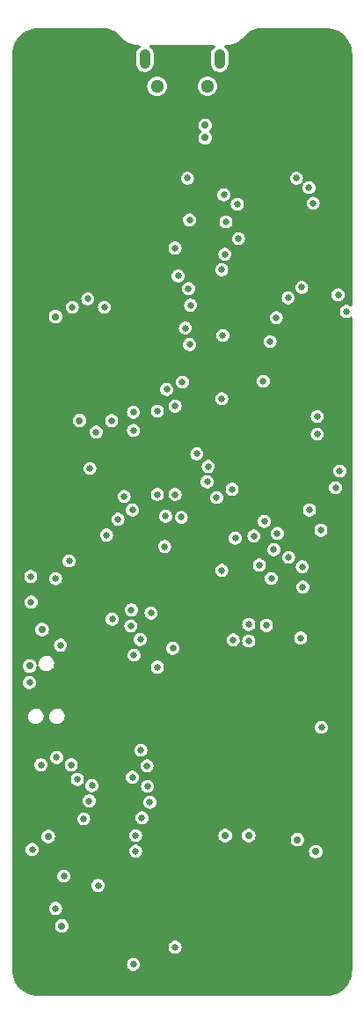
<source format=gbr>
%TF.GenerationSoftware,KiCad,Pcbnew,7.0.6*%
%TF.CreationDate,2024-05-23T09:50:57-04:00*%
%TF.ProjectId,ActiveImpactor_Control,41637469-7665-4496-9d70-6163746f725f,rev?*%
%TF.SameCoordinates,Original*%
%TF.FileFunction,Copper,L3,Inr*%
%TF.FilePolarity,Positive*%
%FSLAX46Y46*%
G04 Gerber Fmt 4.6, Leading zero omitted, Abs format (unit mm)*
G04 Created by KiCad (PCBNEW 7.0.6) date 2024-05-23 09:50:57*
%MOMM*%
%LPD*%
G01*
G04 APERTURE LIST*
%TA.AperFunction,ComponentPad*%
%ADD10C,4.750000*%
%TD*%
%TA.AperFunction,ComponentPad*%
%ADD11O,1.070000X1.900000*%
%TD*%
%TA.AperFunction,ComponentPad*%
%ADD12C,1.300000*%
%TD*%
%TA.AperFunction,ViaPad*%
%ADD13C,0.700000*%
%TD*%
%TA.AperFunction,ViaPad*%
%ADD14C,0.650000*%
%TD*%
G04 APERTURE END LIST*
D10*
%TO.N,GND*%
%TO.C,H102*%
X-13890500Y44053000D03*
%TD*%
%TO.N,GND*%
%TO.C,H101*%
X13890500Y44053000D03*
%TD*%
%TO.N,GND*%
%TO.C,H104*%
X13890500Y-44053000D03*
%TD*%
%TO.N,GND*%
%TO.C,H103*%
X-13890500Y-44053000D03*
%TD*%
D11*
%TO.N,unconnected-(J301-Shield-Pad6)*%
%TO.C,J301*%
X-3600000Y43575000D03*
D12*
X-2425000Y40950000D03*
X2425000Y40950000D03*
D11*
X3600000Y43575000D03*
%TD*%
D13*
%TO.N,GND*%
X15600000Y-40800000D03*
X5450000Y-43600000D03*
X7500000Y-43400000D03*
X8200000Y32400000D03*
X9000000Y30400000D03*
X11500000Y19000000D03*
X-8600000Y-4600000D03*
X-8900000Y-3200000D03*
X-3200000Y-3300000D03*
X-10800000Y40900000D03*
X-7300000Y40500000D03*
X-9603741Y42783936D03*
X-6600000Y43200000D03*
X-7269242Y45095771D03*
X-9800000Y45300000D03*
X15200000Y36000000D03*
X15200000Y38100000D03*
X15200000Y40000000D03*
X7000000Y45000000D03*
X9900000Y44900000D03*
X10600000Y41800000D03*
X8600000Y43000000D03*
X5800000Y41800000D03*
X5800000Y40000000D03*
X5200000Y37900000D03*
X5700000Y36100000D03*
D14*
X104242Y24295758D03*
D13*
X3200000Y37700000D03*
X13600000Y-31800000D03*
D14*
X1000000Y33799500D03*
X-1500000Y15200000D03*
D13*
X12000000Y-19000000D03*
D14*
X15200000Y-2700000D03*
X-12500000Y-12000000D03*
X10800000Y1900000D03*
X-2000000Y39400000D03*
D13*
X12900000Y-11707759D03*
X1000000Y-35600000D03*
D14*
X15400000Y31500000D03*
D13*
X9800000Y-23200000D03*
D14*
X7400000Y5700000D03*
D13*
X8526324Y-27801656D03*
D14*
X-3000000Y-22500000D03*
D13*
X-7900000Y-43000000D03*
D14*
X-8100000Y-1600000D03*
X3900000Y29000000D03*
D13*
X2950000Y-43100000D03*
D14*
X5500000Y33300000D03*
X-14873911Y-18323911D03*
D13*
X9700000Y-27800000D03*
D14*
X-8199500Y-21800000D03*
X-10300000Y27900000D03*
D13*
X9700000Y-28900000D03*
X1000000Y-34800000D03*
D14*
X12900000Y11100000D03*
X7200000Y-16600000D03*
X-12300000Y27900000D03*
D13*
X4400000Y-22400000D03*
X12851653Y-37531456D03*
D14*
X-8713437Y-14313437D03*
X-14925500Y-1500000D03*
D13*
X-10200000Y14600000D03*
X-6650000Y6450000D03*
X10500000Y-13500000D03*
X0Y34800000D03*
D14*
X-11300000Y27900000D03*
D13*
X-9200000Y-41700000D03*
D14*
X12200000Y33100000D03*
D13*
X2500000Y10800000D03*
D14*
X15600000Y22000000D03*
D13*
X11300000Y-37900000D03*
X-14800000Y-40700000D03*
X11000000Y-19000000D03*
D14*
X-14600000Y15050000D03*
X-14100000Y-31300000D03*
D13*
X10800000Y-27800000D03*
D14*
X15300000Y26500000D03*
D13*
X3700500Y-39000000D03*
D14*
X-2136956Y29710866D03*
D13*
X11500000Y-34100000D03*
D14*
%TO.N,/microcontroller/SWD_NRST*%
X11400000Y-12100000D03*
X-14700000Y-16400000D03*
D13*
%TO.N,+5V*%
X6400000Y-31100000D03*
D14*
%TO.N,+3.3V*%
X13400000Y-20700000D03*
D13*
X-11600000Y-39800000D03*
D14*
X-11724500Y-12792825D03*
X-13600000Y-24300000D03*
X13350000Y-1750000D03*
D13*
X4125000Y-31100000D03*
X-12900000Y-31200000D03*
X-14700000Y-14800000D03*
D14*
X-14592758Y-6200500D03*
X12250000Y200000D03*
D13*
X-9900000Y8800000D03*
D14*
%TO.N,/microcontroller/SD_DET*%
X-4700000Y7850000D03*
X-4699500Y9600000D03*
D13*
%TO.N,/USB/USB_5V*%
X2200000Y36000000D03*
X2200000Y37200000D03*
X12850000Y-32650000D03*
D14*
%TO.N,/microcontroller/PWR_INT2*%
X-4900000Y-9400000D03*
%TO.N,/microcontroller/PWR_INT1*%
X-3000000Y-9700000D03*
D13*
%TO.N,Net-(J501-CLK)*%
X-12200000Y18800000D03*
D14*
X-14550000Y-8650000D03*
%TO.N,Net-(U401-CLK)*%
X-8900000Y4200000D03*
X11500000Y21600000D03*
D13*
%TO.N,/microcontroller/SDMMC1_CMD*%
X-13500000Y-11300000D03*
D14*
X-10600000Y19700000D03*
%TO.N,/microcontroller/SDMMC1_D3*%
X-10900000Y-4700000D03*
X-7500000Y19700000D03*
%TO.N,/microcontroller/SDMMC1_D2*%
X-9100000Y20500000D03*
X-12200000Y-6400000D03*
%TO.N,/SDRAM/DQ0*%
X500000Y32100000D03*
X-6800000Y8800000D03*
%TO.N,/SDRAM/DQ1*%
X4000000Y30500000D03*
X-8300000Y7700000D03*
%TO.N,/SDRAM/DQ2*%
X-5600000Y1500000D03*
X5300000Y29600000D03*
%TO.N,/SDRAM/DQ3*%
X700000Y28100000D03*
X-4800000Y200000D03*
%TO.N,/SDRAM/DQ4*%
X4200000Y27900000D03*
X10200000Y20600000D03*
%TO.N,/SDRAM/DQ5*%
X5400000Y26300000D03*
X9050500Y18700000D03*
%TO.N,/SDRAM/DQ6*%
X8451000Y16400000D03*
X4100000Y24800000D03*
%TO.N,/SDRAM/DQ7*%
X7800000Y12600000D03*
X3800000Y23300000D03*
%TO.N,/SDRAM/LDQM*%
X-1700000Y-3300000D03*
X3900000Y17000000D03*
%TO.N,/SDRAM/NWE*%
X600000Y21500000D03*
X3800000Y-5600000D03*
%TO.N,/SDRAM/NCAS*%
X-2400000Y-14900000D03*
X800000Y19900000D03*
%TO.N,/SDRAM/NRAS*%
X-400000Y22700000D03*
X13000000Y7500000D03*
%TO.N,/SDRAM/NCS*%
X-700000Y25400000D03*
X13000000Y9200000D03*
%TO.N,/SDRAM/BS0*%
X300000Y17700000D03*
X-6200000Y-700000D03*
%TO.N,/SDRAM/BS1*%
X700000Y16100000D03*
X-7300000Y-2200000D03*
%TO.N,/SDRAM/A10*%
X4800000Y2200000D03*
X3800000Y10900000D03*
%TO.N,/SDRAM/A0*%
X-2400000Y1700000D03*
X-2400000Y9700000D03*
%TO.N,/SDRAM/A1*%
X-1500000Y11800000D03*
X-1600000Y-400000D03*
%TO.N,/SDRAM/A2*%
X-700000Y10200000D03*
X-700000Y1700000D03*
%TO.N,/SDRAM/A3*%
X0Y12500000D03*
X-100000Y-500000D03*
%TO.N,/SDRAM/A4*%
X15150000Y3950000D03*
X9150000Y-2050000D03*
%TO.N,/SDRAM/A5*%
X8800000Y-3600000D03*
X14750000Y2350000D03*
%TO.N,/SDRAM/CKE*%
X15800000Y19300000D03*
X11600000Y-7200000D03*
%TO.N,/SDRAM/UDQM*%
X15000000Y20900000D03*
X-900000Y-13100000D03*
%TO.N,/SDRAM/DQ13*%
X12600000Y29700000D03*
X7900000Y-900000D03*
%TO.N,/SDRAM/DQ14*%
X6900000Y-2300000D03*
X12200000Y31200000D03*
%TO.N,/SDRAM/DQ15*%
X5100000Y-2500000D03*
X11000000Y32100000D03*
%TO.N,/accelerometer/ADXL372_CLK*%
X-8699500Y-26300000D03*
X2500000Y4400000D03*
%TO.N,/accelerometer/ADXL372_MOSI*%
X3300500Y1400000D03*
X-10100000Y-25700000D03*
%TO.N,/accelerometer/ADXL372_MISO*%
X-10700000Y-24300000D03*
X2400000Y2900000D03*
%TO.N,/accelerometer/ADXL372_CS*%
X1399500Y5600000D03*
X-12100000Y-23600000D03*
%TO.N,/accelerometer/LSM6DS3_MISO*%
X6400000Y-10800000D03*
X-4500000Y-31100000D03*
%TO.N,/accelerometer/LSM6DS3_INT1*%
X-11400000Y-35000000D03*
X-8973245Y-27767791D03*
%TO.N,/accelerometer/LSM6DS3_INT2*%
X-8100000Y-35900000D03*
X-9500000Y-29500000D03*
%TO.N,/accelerometer/LSM6DS3_CS*%
X4900000Y-12300000D03*
X-3124500Y-27900000D03*
%TO.N,/accelerometer/LSM6DS3_CLK*%
X6400000Y-12400000D03*
X-3900000Y-29400000D03*
%TO.N,/accelerometer/LSM6DS3_MOSI*%
X8100000Y-10900000D03*
X-4500000Y-32600000D03*
%TO.N,/accelerometer/IIS3DWB_MISO*%
X-4000000Y-22900000D03*
X10225000Y-4350000D03*
%TO.N,/accelerometer/IIS3DWB_INT2*%
X-14450000Y-32450000D03*
X-12212000Y-38100000D03*
%TO.N,/accelerometer/IIS3DWB_CS*%
X11550000Y-5250000D03*
X-3350000Y-26375000D03*
%TO.N,/accelerometer/IIS3DWB_CLK*%
X-3400000Y-24400000D03*
X8575000Y-6375000D03*
%TO.N,/accelerometer/IIS3DWB_MOSI*%
X7425000Y-5100000D03*
X-4800000Y-25500000D03*
%TO.N,Net-(J801-Pin_3)*%
X-4700000Y-43500000D03*
X-700000Y-41850000D03*
%TO.N,/microcontroller/SPI1_SCK*%
X-4650000Y-13750000D03*
%TO.N,/microcontroller/SPI1_NSS*%
X-4050000Y-12250000D03*
%TO.N,/microcontroller/SPI1_MOSI*%
X-6750000Y-10300000D03*
%TO.N,/microcontroller/SPI1_MISO*%
X-4950000Y-10950000D03*
D13*
%TO.N,Net-(J102-Pin_2)*%
X11084668Y-31500500D03*
%TD*%
%TA.AperFunction,Conductor*%
%TO.N,GND*%
G36*
X-7437821Y46530864D02*
G01*
X-7425462Y46530043D01*
X-7219412Y46516370D01*
X-7211265Y46515284D01*
X-6998717Y46472467D01*
X-6990785Y46470313D01*
X-6785748Y46399784D01*
X-6778169Y46396601D01*
X-6584254Y46299597D01*
X-6577163Y46295441D01*
X-6397769Y46173669D01*
X-6391294Y46168617D01*
X-6228030Y46022838D01*
X-6225058Y46020001D01*
X-5815183Y45602057D01*
X-5802607Y45589234D01*
X-5715648Y45500504D01*
X-5711053Y45495816D01*
X-5507892Y45331005D01*
X-5385952Y45253195D01*
X-5287358Y45190282D01*
X-5052295Y45075464D01*
X-4805747Y44988036D01*
X-4805736Y44988033D01*
X-4805735Y44988033D01*
X-4550852Y44929110D01*
X-4550848Y44929109D01*
X-4550846Y44929109D01*
X-4400014Y44911901D01*
X-4290932Y44899457D01*
X-4290930Y44899457D01*
X-4160130Y44899500D01*
X-4157352Y44899500D01*
X-4090313Y44879815D01*
X-4044558Y44827011D01*
X-4034614Y44757853D01*
X-4063639Y44694297D01*
X-4077075Y44680992D01*
X-4210146Y44567961D01*
X-4320126Y44423285D01*
X-4396433Y44258350D01*
X-4435500Y44080866D01*
X-4435500Y43114698D01*
X-4420778Y42979333D01*
X-4362751Y42807114D01*
X-4269058Y42651395D01*
X-4144079Y42519456D01*
X-3993660Y42417471D01*
X-3824843Y42350208D01*
X-3824838Y42350207D01*
X-3645500Y42320806D01*
X-3645497Y42320806D01*
X-3464032Y42330644D01*
X-3288928Y42379261D01*
X-3288922Y42379264D01*
X-3128364Y42464386D01*
X-2989854Y42582038D01*
X-2879873Y42726716D01*
X-2879872Y42726717D01*
X-2803566Y42891650D01*
X-2803566Y42891652D01*
X-2764500Y43069133D01*
X-2764500Y44035303D01*
X-2779222Y44170667D01*
X-2808765Y44258347D01*
X-2837249Y44342886D01*
X-2930942Y44498605D01*
X-3055919Y44630542D01*
X-3055922Y44630545D01*
X-3118342Y44672866D01*
X-3162784Y44726780D01*
X-3171022Y44796162D01*
X-3140442Y44858985D01*
X-3080752Y44895301D01*
X-3048756Y44899500D01*
X3042648Y44899500D01*
X3109687Y44879815D01*
X3155442Y44827011D01*
X3165386Y44757853D01*
X3136361Y44694297D01*
X3122924Y44680992D01*
X2989854Y44567961D01*
X2879874Y44423285D01*
X2879873Y44423283D01*
X2879872Y44423282D01*
X2803566Y44258349D01*
X2803566Y44258347D01*
X2764500Y44080866D01*
X2764500Y43114696D01*
X2779222Y42979332D01*
X2837250Y42807112D01*
X2930941Y42651395D01*
X3055920Y42519456D01*
X3206339Y42417471D01*
X3375156Y42350208D01*
X3375161Y42350207D01*
X3375162Y42350207D01*
X3554500Y42320806D01*
X3554501Y42320806D01*
X3554502Y42320806D01*
X3735967Y42330644D01*
X3911071Y42379261D01*
X3911077Y42379264D01*
X4071635Y42464386D01*
X4210145Y42582038D01*
X4262869Y42651395D01*
X4320126Y42726715D01*
X4396433Y42891650D01*
X4435500Y43069134D01*
X4435500Y44035302D01*
X4420778Y44170667D01*
X4362751Y44342886D01*
X4269058Y44498605D01*
X4144081Y44630542D01*
X4144077Y44630545D01*
X4081658Y44672866D01*
X4037216Y44726780D01*
X4028978Y44796162D01*
X4059558Y44858985D01*
X4119248Y44895301D01*
X4151244Y44899500D01*
X4160130Y44899500D01*
X4172587Y44899500D01*
X4290930Y44899462D01*
X4290932Y44899462D01*
X4340289Y44905092D01*
X4550842Y44929112D01*
X4550848Y44929113D01*
X4629380Y44947267D01*
X4805734Y44988036D01*
X4805739Y44988037D01*
X4805744Y44988039D01*
X5052292Y45075467D01*
X5287360Y45190287D01*
X5417241Y45273164D01*
X5507890Y45331006D01*
X5711051Y45495816D01*
X5802607Y45589234D01*
X5835932Y45623215D01*
X6068287Y45860144D01*
X6225042Y46019985D01*
X6228014Y46022822D01*
X6391292Y46168614D01*
X6397772Y46173671D01*
X6577163Y46295441D01*
X6584254Y46299597D01*
X6778169Y46396601D01*
X6785748Y46399784D01*
X6990785Y46470313D01*
X6998717Y46472467D01*
X7211265Y46515284D01*
X7219412Y46516370D01*
X7425462Y46530043D01*
X7437821Y46530864D01*
X7441927Y46531000D01*
X7487465Y46531000D01*
X13842905Y46531000D01*
X13888622Y46531000D01*
X13892366Y46530887D01*
X14185443Y46513159D01*
X14192882Y46512255D01*
X14479834Y46459669D01*
X14487110Y46457876D01*
X14765623Y46371088D01*
X14772629Y46368430D01*
X15038661Y46248700D01*
X15045296Y46245217D01*
X15294951Y46094295D01*
X15301119Y46090039D01*
X15530766Y45910122D01*
X15536375Y45905153D01*
X15742653Y45698875D01*
X15747622Y45693266D01*
X15927539Y45463619D01*
X15931795Y45457451D01*
X16082717Y45207796D01*
X16086200Y45201161D01*
X16205930Y44935129D01*
X16208588Y44928123D01*
X16295376Y44649610D01*
X16297169Y44642334D01*
X16349755Y44355382D01*
X16350659Y44347943D01*
X16368386Y44054866D01*
X16368499Y44051122D01*
X16368499Y19907529D01*
X16348814Y19840490D01*
X16296010Y19794735D01*
X16226852Y19784791D01*
X16163296Y19813816D01*
X16162338Y19814655D01*
X16157934Y19818557D01*
X16023434Y19889148D01*
X15925110Y19913382D01*
X15875950Y19925500D01*
X15875949Y19925500D01*
X15724051Y19925500D01*
X15724050Y19925500D01*
X15664622Y19910852D01*
X15576566Y19889148D01*
X15442066Y19818557D01*
X15328368Y19717830D01*
X15251992Y19607180D01*
X15242080Y19592820D01*
X15242079Y19592819D01*
X15188215Y19450791D01*
X15169906Y19300000D01*
X15188215Y19149208D01*
X15242079Y19007180D01*
X15242080Y19007179D01*
X15328367Y18882171D01*
X15442067Y18781442D01*
X15576567Y18710851D01*
X15724050Y18674500D01*
X15724051Y18674500D01*
X15875950Y18674500D01*
X16023432Y18710851D01*
X16118311Y18760647D01*
X16157934Y18781443D01*
X16162275Y18785289D01*
X16225510Y18815007D01*
X16294773Y18805821D01*
X16348074Y18760647D01*
X16368492Y18693827D01*
X16368499Y18692470D01*
X16368500Y-44005405D01*
X16368500Y-44051122D01*
X16368387Y-44054866D01*
X16350659Y-44347943D01*
X16349755Y-44355382D01*
X16297169Y-44642334D01*
X16295376Y-44649610D01*
X16208588Y-44928123D01*
X16205930Y-44935129D01*
X16086200Y-45201161D01*
X16082717Y-45207796D01*
X15931795Y-45457451D01*
X15927539Y-45463619D01*
X15747622Y-45693266D01*
X15742653Y-45698875D01*
X15536375Y-45905153D01*
X15530766Y-45910122D01*
X15301119Y-46090039D01*
X15294951Y-46094295D01*
X15045296Y-46245217D01*
X15038661Y-46248700D01*
X14772629Y-46368430D01*
X14765623Y-46371088D01*
X14487110Y-46457876D01*
X14479834Y-46459669D01*
X14192882Y-46512255D01*
X14185443Y-46513159D01*
X13892366Y-46530887D01*
X13888622Y-46531000D01*
X-13888622Y-46531000D01*
X-13892367Y-46530887D01*
X-14185444Y-46513157D01*
X-14192883Y-46512254D01*
X-14479833Y-46459670D01*
X-14487109Y-46457876D01*
X-14765623Y-46371088D01*
X-14772629Y-46368430D01*
X-15038661Y-46248700D01*
X-15045296Y-46245217D01*
X-15294951Y-46094295D01*
X-15301119Y-46090038D01*
X-15530766Y-45910121D01*
X-15536375Y-45905152D01*
X-15742652Y-45698875D01*
X-15747621Y-45693266D01*
X-15927538Y-45463619D01*
X-15931795Y-45457451D01*
X-16082717Y-45207796D01*
X-16086200Y-45201161D01*
X-16205930Y-44935129D01*
X-16208588Y-44928123D01*
X-16295376Y-44649609D01*
X-16297170Y-44642333D01*
X-16349754Y-44355383D01*
X-16350657Y-44347944D01*
X-16368387Y-44054867D01*
X-16368500Y-44051122D01*
X-16368500Y-43500000D01*
X-5330094Y-43500000D01*
X-5311785Y-43650791D01*
X-5257921Y-43792819D01*
X-5171632Y-43917830D01*
X-5057934Y-44018557D01*
X-4923434Y-44089148D01*
X-4825110Y-44113382D01*
X-4775950Y-44125500D01*
X-4775949Y-44125500D01*
X-4624050Y-44125500D01*
X-4550308Y-44107324D01*
X-4476566Y-44089148D01*
X-4342066Y-44018557D01*
X-4228368Y-43917830D01*
X-4142079Y-43792819D01*
X-4088215Y-43650791D01*
X-4069906Y-43500000D01*
X-4088215Y-43349209D01*
X-4142079Y-43207181D01*
X-4142079Y-43207180D01*
X-4142080Y-43207179D01*
X-4228367Y-43082171D01*
X-4342067Y-42981442D01*
X-4476567Y-42910851D01*
X-4624050Y-42874500D01*
X-4624051Y-42874500D01*
X-4775949Y-42874500D01*
X-4775950Y-42874500D01*
X-4923432Y-42910851D01*
X-4923433Y-42910851D01*
X-4923434Y-42910852D01*
X-5057934Y-42981443D01*
X-5171632Y-43082170D01*
X-5257921Y-43207181D01*
X-5311785Y-43349209D01*
X-5330094Y-43500000D01*
X-16368500Y-43500000D01*
X-16368500Y-41850000D01*
X-1330094Y-41850000D01*
X-1311785Y-42000791D01*
X-1257921Y-42142819D01*
X-1171632Y-42267830D01*
X-1057934Y-42368557D01*
X-923434Y-42439148D01*
X-825110Y-42463382D01*
X-775950Y-42475500D01*
X-775949Y-42475500D01*
X-624050Y-42475500D01*
X-550308Y-42457324D01*
X-476566Y-42439148D01*
X-342066Y-42368557D01*
X-228368Y-42267830D01*
X-142079Y-42142819D01*
X-88215Y-42000791D01*
X-69906Y-41850000D01*
X-88215Y-41699209D01*
X-142079Y-41557181D01*
X-142079Y-41557180D01*
X-142080Y-41557179D01*
X-228367Y-41432171D01*
X-342067Y-41331442D01*
X-476567Y-41260851D01*
X-624050Y-41224500D01*
X-624051Y-41224500D01*
X-775949Y-41224500D01*
X-775950Y-41224500D01*
X-923432Y-41260851D01*
X-923433Y-41260851D01*
X-923434Y-41260852D01*
X-1057934Y-41331443D01*
X-1171632Y-41432170D01*
X-1257921Y-41557181D01*
X-1311785Y-41699209D01*
X-1330094Y-41850000D01*
X-16368500Y-41850000D01*
X-16368500Y-39800000D01*
X-12255278Y-39800000D01*
X-12236237Y-39956818D01*
X-12180220Y-40104523D01*
X-12090483Y-40234530D01*
X-11972240Y-40339283D01*
X-11832365Y-40412696D01*
X-11678985Y-40450500D01*
X-11521014Y-40450500D01*
X-11367634Y-40412696D01*
X-11227762Y-40339284D01*
X-11227760Y-40339283D01*
X-11109517Y-40234530D01*
X-11019780Y-40104523D01*
X-11019779Y-40104522D01*
X-10963762Y-39956818D01*
X-10944722Y-39800000D01*
X-10944722Y-39799999D01*
X-10963762Y-39643181D01*
X-11019780Y-39495476D01*
X-11019781Y-39495475D01*
X-11109516Y-39365471D01*
X-11227762Y-39260715D01*
X-11367634Y-39187303D01*
X-11521014Y-39149500D01*
X-11521015Y-39149500D01*
X-11678985Y-39149500D01*
X-11678986Y-39149500D01*
X-11832365Y-39187303D01*
X-11972237Y-39260715D01*
X-11972238Y-39260716D01*
X-11972240Y-39260717D01*
X-12090483Y-39365470D01*
X-12180220Y-39495477D01*
X-12236237Y-39643182D01*
X-12255278Y-39800000D01*
X-16368500Y-39800000D01*
X-16368500Y-38100000D01*
X-12842094Y-38100000D01*
X-12823785Y-38250791D01*
X-12769921Y-38392819D01*
X-12683632Y-38517830D01*
X-12569934Y-38618557D01*
X-12435434Y-38689148D01*
X-12337110Y-38713382D01*
X-12287950Y-38725500D01*
X-12287949Y-38725500D01*
X-12136050Y-38725500D01*
X-12062308Y-38707324D01*
X-11988566Y-38689148D01*
X-11854066Y-38618557D01*
X-11740368Y-38517830D01*
X-11654079Y-38392819D01*
X-11600215Y-38250791D01*
X-11581906Y-38100000D01*
X-11600215Y-37949209D01*
X-11654079Y-37807181D01*
X-11654079Y-37807180D01*
X-11654080Y-37807179D01*
X-11740367Y-37682171D01*
X-11854067Y-37581442D01*
X-11988567Y-37510851D01*
X-12136050Y-37474500D01*
X-12136051Y-37474500D01*
X-12287949Y-37474500D01*
X-12287950Y-37474500D01*
X-12435432Y-37510851D01*
X-12435433Y-37510851D01*
X-12435434Y-37510852D01*
X-12569934Y-37581443D01*
X-12683632Y-37682170D01*
X-12769921Y-37807181D01*
X-12823785Y-37949209D01*
X-12842094Y-38100000D01*
X-16368500Y-38100000D01*
X-16368500Y-35900000D01*
X-8730094Y-35900000D01*
X-8711785Y-36050791D01*
X-8657921Y-36192819D01*
X-8571632Y-36317830D01*
X-8457934Y-36418557D01*
X-8323434Y-36489148D01*
X-8225110Y-36513382D01*
X-8175950Y-36525500D01*
X-8175949Y-36525500D01*
X-8024050Y-36525500D01*
X-7950308Y-36507324D01*
X-7876566Y-36489148D01*
X-7742066Y-36418557D01*
X-7628368Y-36317830D01*
X-7542079Y-36192819D01*
X-7488215Y-36050791D01*
X-7469906Y-35900000D01*
X-7488215Y-35749209D01*
X-7535131Y-35625500D01*
X-7542079Y-35607180D01*
X-7542080Y-35607179D01*
X-7628367Y-35482171D01*
X-7742067Y-35381442D01*
X-7876567Y-35310851D01*
X-8024050Y-35274500D01*
X-8024051Y-35274500D01*
X-8175949Y-35274500D01*
X-8175950Y-35274500D01*
X-8323432Y-35310851D01*
X-8323433Y-35310851D01*
X-8323434Y-35310852D01*
X-8457934Y-35381443D01*
X-8571632Y-35482170D01*
X-8657921Y-35607181D01*
X-8711785Y-35749209D01*
X-8730094Y-35900000D01*
X-16368500Y-35900000D01*
X-16368500Y-35000000D01*
X-12030094Y-35000000D01*
X-12011785Y-35150791D01*
X-11957921Y-35292819D01*
X-11871632Y-35417830D01*
X-11757934Y-35518557D01*
X-11623434Y-35589148D01*
X-11525110Y-35613382D01*
X-11475950Y-35625500D01*
X-11475949Y-35625500D01*
X-11324050Y-35625500D01*
X-11249720Y-35607179D01*
X-11176566Y-35589148D01*
X-11042066Y-35518557D01*
X-10928368Y-35417830D01*
X-10842079Y-35292819D01*
X-10788215Y-35150791D01*
X-10769906Y-35000000D01*
X-10788215Y-34849209D01*
X-10842079Y-34707181D01*
X-10842079Y-34707180D01*
X-10842080Y-34707179D01*
X-10928367Y-34582171D01*
X-11042067Y-34481442D01*
X-11176567Y-34410851D01*
X-11324050Y-34374500D01*
X-11324051Y-34374500D01*
X-11475949Y-34374500D01*
X-11475950Y-34374500D01*
X-11623432Y-34410851D01*
X-11623433Y-34410851D01*
X-11623434Y-34410852D01*
X-11757934Y-34481443D01*
X-11871632Y-34582170D01*
X-11957921Y-34707181D01*
X-12011785Y-34849209D01*
X-12030094Y-35000000D01*
X-16368500Y-35000000D01*
X-16368500Y-32450000D01*
X-15080094Y-32450000D01*
X-15061785Y-32600791D01*
X-15007921Y-32742819D01*
X-14921632Y-32867830D01*
X-14807934Y-32968557D01*
X-14673434Y-33039148D01*
X-14575110Y-33063382D01*
X-14525950Y-33075500D01*
X-14525949Y-33075500D01*
X-14374050Y-33075500D01*
X-14300308Y-33057324D01*
X-14226566Y-33039148D01*
X-14092066Y-32968557D01*
X-13978368Y-32867830D01*
X-13892079Y-32742819D01*
X-13838215Y-32600791D01*
X-13838119Y-32600000D01*
X-5130094Y-32600000D01*
X-5111785Y-32750791D01*
X-5057921Y-32892819D01*
X-4971632Y-33017830D01*
X-4857934Y-33118557D01*
X-4723434Y-33189148D01*
X-4625110Y-33213382D01*
X-4575950Y-33225500D01*
X-4575949Y-33225500D01*
X-4424050Y-33225500D01*
X-4350308Y-33207324D01*
X-4276566Y-33189148D01*
X-4142066Y-33118557D01*
X-4028368Y-33017830D01*
X-3942079Y-32892819D01*
X-3888215Y-32750791D01*
X-3875977Y-32650000D01*
X12194722Y-32650000D01*
X12213762Y-32806818D01*
X12246379Y-32892820D01*
X12269780Y-32954523D01*
X12359517Y-33084530D01*
X12477760Y-33189283D01*
X12477762Y-33189284D01*
X12617634Y-33262696D01*
X12771014Y-33300500D01*
X12771015Y-33300500D01*
X12928985Y-33300500D01*
X13082365Y-33262696D01*
X13153235Y-33225500D01*
X13222240Y-33189283D01*
X13340483Y-33084530D01*
X13430220Y-32954523D01*
X13486237Y-32806818D01*
X13505278Y-32650000D01*
X13486237Y-32493182D01*
X13430220Y-32345477D01*
X13340483Y-32215470D01*
X13222240Y-32110717D01*
X13222238Y-32110716D01*
X13222237Y-32110715D01*
X13082365Y-32037303D01*
X12928986Y-31999500D01*
X12928985Y-31999500D01*
X12771015Y-31999500D01*
X12771014Y-31999500D01*
X12617634Y-32037303D01*
X12477762Y-32110715D01*
X12359516Y-32215471D01*
X12269781Y-32345475D01*
X12269780Y-32345476D01*
X12213762Y-32493181D01*
X12194722Y-32649999D01*
X12194722Y-32650000D01*
X-3875977Y-32650000D01*
X-3869906Y-32600000D01*
X-3888215Y-32449209D01*
X-3927555Y-32345476D01*
X-3942079Y-32307180D01*
X-3942080Y-32307179D01*
X-4028367Y-32182171D01*
X-4142067Y-32081442D01*
X-4276567Y-32010851D01*
X-4424050Y-31974500D01*
X-4424051Y-31974500D01*
X-4575949Y-31974500D01*
X-4575950Y-31974500D01*
X-4723432Y-32010851D01*
X-4723433Y-32010851D01*
X-4723434Y-32010852D01*
X-4857934Y-32081443D01*
X-4971632Y-32182170D01*
X-5057921Y-32307181D01*
X-5111785Y-32449209D01*
X-5130094Y-32600000D01*
X-13838119Y-32600000D01*
X-13819906Y-32450000D01*
X-13838215Y-32299209D01*
X-13869972Y-32215471D01*
X-13892079Y-32157180D01*
X-13892080Y-32157179D01*
X-13978367Y-32032171D01*
X-14092067Y-31931442D01*
X-14226567Y-31860851D01*
X-14374050Y-31824500D01*
X-14374051Y-31824500D01*
X-14525949Y-31824500D01*
X-14525950Y-31824500D01*
X-14673432Y-31860851D01*
X-14673433Y-31860851D01*
X-14673434Y-31860852D01*
X-14807934Y-31931443D01*
X-14921632Y-32032170D01*
X-15007921Y-32157181D01*
X-15061785Y-32299209D01*
X-15080094Y-32450000D01*
X-16368500Y-32450000D01*
X-16368500Y-31200000D01*
X-13555278Y-31200000D01*
X-13536237Y-31356818D01*
X-13480220Y-31504523D01*
X-13390483Y-31634530D01*
X-13272240Y-31739283D01*
X-13132365Y-31812696D01*
X-12978985Y-31850500D01*
X-12821014Y-31850500D01*
X-12667634Y-31812696D01*
X-12527762Y-31739284D01*
X-12527760Y-31739283D01*
X-12409517Y-31634530D01*
X-12319780Y-31504523D01*
X-12281855Y-31404524D01*
X-12263762Y-31356818D01*
X-12244722Y-31200000D01*
X-12244722Y-31199999D01*
X-12256863Y-31100000D01*
X-5130094Y-31100000D01*
X-5111785Y-31250791D01*
X-5057921Y-31392819D01*
X-4971632Y-31517830D01*
X-4857934Y-31618557D01*
X-4723434Y-31689148D01*
X-4627897Y-31712696D01*
X-4575950Y-31725500D01*
X-4575949Y-31725500D01*
X-4424050Y-31725500D01*
X-4350308Y-31707324D01*
X-4276566Y-31689148D01*
X-4142066Y-31618557D01*
X-4028368Y-31517830D01*
X-3942079Y-31392819D01*
X-3888215Y-31250791D01*
X-3869906Y-31100000D01*
X3469722Y-31100000D01*
X3488762Y-31256818D01*
X3521706Y-31343682D01*
X3544780Y-31404523D01*
X3634517Y-31534530D01*
X3752760Y-31639283D01*
X3752762Y-31639284D01*
X3892634Y-31712696D01*
X4046014Y-31750500D01*
X4046015Y-31750500D01*
X4203985Y-31750500D01*
X4357365Y-31712696D01*
X4402231Y-31689148D01*
X4497240Y-31639283D01*
X4615483Y-31534530D01*
X4705220Y-31404523D01*
X4761237Y-31256818D01*
X4780278Y-31100000D01*
X5744722Y-31100000D01*
X5763762Y-31256818D01*
X5796706Y-31343682D01*
X5819780Y-31404523D01*
X5909517Y-31534530D01*
X6027760Y-31639283D01*
X6027762Y-31639284D01*
X6167634Y-31712696D01*
X6321014Y-31750500D01*
X6321015Y-31750500D01*
X6478985Y-31750500D01*
X6632365Y-31712696D01*
X6677231Y-31689148D01*
X6772240Y-31639283D01*
X6890483Y-31534530D01*
X6913972Y-31500500D01*
X10429390Y-31500500D01*
X10448430Y-31657318D01*
X10483770Y-31750500D01*
X10504448Y-31805023D01*
X10594185Y-31935030D01*
X10712428Y-32039783D01*
X10712430Y-32039784D01*
X10852302Y-32113196D01*
X11005682Y-32151000D01*
X11005683Y-32151000D01*
X11163653Y-32151000D01*
X11317033Y-32113196D01*
X11321760Y-32110715D01*
X11456908Y-32039783D01*
X11575151Y-31935030D01*
X11664888Y-31805023D01*
X11720905Y-31657318D01*
X11739946Y-31500500D01*
X11728293Y-31404524D01*
X11720905Y-31343681D01*
X11685676Y-31250791D01*
X11664888Y-31195977D01*
X11575151Y-31065970D01*
X11456908Y-30961217D01*
X11456906Y-30961216D01*
X11456905Y-30961215D01*
X11317033Y-30887803D01*
X11163654Y-30850000D01*
X11163653Y-30850000D01*
X11005683Y-30850000D01*
X11005682Y-30850000D01*
X10852302Y-30887803D01*
X10712430Y-30961215D01*
X10594184Y-31065971D01*
X10504449Y-31195975D01*
X10504448Y-31195976D01*
X10448430Y-31343681D01*
X10429390Y-31500499D01*
X10429390Y-31500500D01*
X6913972Y-31500500D01*
X6980220Y-31404523D01*
X7036237Y-31256818D01*
X7055278Y-31100000D01*
X7036237Y-30943182D01*
X6980220Y-30795477D01*
X6890483Y-30665470D01*
X6772240Y-30560717D01*
X6772238Y-30560716D01*
X6772237Y-30560715D01*
X6632365Y-30487303D01*
X6478986Y-30449500D01*
X6478985Y-30449500D01*
X6321015Y-30449500D01*
X6321014Y-30449500D01*
X6167634Y-30487303D01*
X6027762Y-30560715D01*
X5909516Y-30665471D01*
X5819781Y-30795475D01*
X5819780Y-30795476D01*
X5763762Y-30943181D01*
X5744722Y-31099999D01*
X5744722Y-31100000D01*
X4780278Y-31100000D01*
X4761237Y-30943182D01*
X4705220Y-30795477D01*
X4615483Y-30665470D01*
X4497240Y-30560717D01*
X4497238Y-30560716D01*
X4497237Y-30560715D01*
X4357365Y-30487303D01*
X4203986Y-30449500D01*
X4203985Y-30449500D01*
X4046015Y-30449500D01*
X4046014Y-30449500D01*
X3892634Y-30487303D01*
X3752762Y-30560715D01*
X3634516Y-30665471D01*
X3544781Y-30795475D01*
X3544780Y-30795476D01*
X3488762Y-30943181D01*
X3469722Y-31099999D01*
X3469722Y-31100000D01*
X-3869906Y-31100000D01*
X-3888215Y-30949209D01*
X-3890500Y-30943182D01*
X-3942079Y-30807180D01*
X-3942080Y-30807179D01*
X-4028367Y-30682171D01*
X-4142067Y-30581442D01*
X-4276567Y-30510851D01*
X-4424050Y-30474500D01*
X-4424051Y-30474500D01*
X-4575949Y-30474500D01*
X-4575950Y-30474500D01*
X-4723432Y-30510851D01*
X-4723433Y-30510851D01*
X-4723434Y-30510852D01*
X-4857934Y-30581443D01*
X-4971632Y-30682170D01*
X-5057921Y-30807181D01*
X-5111785Y-30949209D01*
X-5130094Y-31100000D01*
X-12256863Y-31100000D01*
X-12263762Y-31043181D01*
X-12319780Y-30895476D01*
X-12319781Y-30895475D01*
X-12409516Y-30765471D01*
X-12527762Y-30660715D01*
X-12667634Y-30587303D01*
X-12821014Y-30549500D01*
X-12821015Y-30549500D01*
X-12978985Y-30549500D01*
X-12978986Y-30549500D01*
X-13132365Y-30587303D01*
X-13272237Y-30660715D01*
X-13272238Y-30660716D01*
X-13272240Y-30660717D01*
X-13390483Y-30765470D01*
X-13480220Y-30895477D01*
X-13498312Y-30943182D01*
X-13536237Y-31043181D01*
X-13554789Y-31195976D01*
X-13555278Y-31200000D01*
X-16368500Y-31200000D01*
X-16368500Y-29500000D01*
X-10130094Y-29500000D01*
X-10111785Y-29650791D01*
X-10057921Y-29792819D01*
X-9971632Y-29917830D01*
X-9857934Y-30018557D01*
X-9723434Y-30089148D01*
X-9625110Y-30113382D01*
X-9575950Y-30125500D01*
X-9575949Y-30125500D01*
X-9424050Y-30125500D01*
X-9350308Y-30107324D01*
X-9276566Y-30089148D01*
X-9142066Y-30018557D01*
X-9028368Y-29917830D01*
X-8942079Y-29792819D01*
X-8888215Y-29650791D01*
X-8869906Y-29500000D01*
X-8882048Y-29400000D01*
X-4530094Y-29400000D01*
X-4511785Y-29550791D01*
X-4457921Y-29692819D01*
X-4371632Y-29817830D01*
X-4257934Y-29918557D01*
X-4123434Y-29989148D01*
X-4025110Y-30013382D01*
X-3975950Y-30025500D01*
X-3975949Y-30025500D01*
X-3824050Y-30025500D01*
X-3750308Y-30007324D01*
X-3676566Y-29989148D01*
X-3542066Y-29918557D01*
X-3428368Y-29817830D01*
X-3342079Y-29692819D01*
X-3288215Y-29550791D01*
X-3269906Y-29400000D01*
X-3288215Y-29249209D01*
X-3304154Y-29207179D01*
X-3342079Y-29107180D01*
X-3342080Y-29107179D01*
X-3428367Y-28982171D01*
X-3542067Y-28881442D01*
X-3676567Y-28810851D01*
X-3824050Y-28774500D01*
X-3824051Y-28774500D01*
X-3975949Y-28774500D01*
X-3975950Y-28774500D01*
X-4123432Y-28810851D01*
X-4123433Y-28810851D01*
X-4123434Y-28810852D01*
X-4257934Y-28881443D01*
X-4371632Y-28982170D01*
X-4457921Y-29107181D01*
X-4511785Y-29249209D01*
X-4530094Y-29400000D01*
X-8882048Y-29400000D01*
X-8888215Y-29349209D01*
X-8942079Y-29207181D01*
X-8942079Y-29207180D01*
X-8942080Y-29207179D01*
X-9028367Y-29082171D01*
X-9142067Y-28981442D01*
X-9276567Y-28910851D01*
X-9424050Y-28874500D01*
X-9424051Y-28874500D01*
X-9575949Y-28874500D01*
X-9575950Y-28874500D01*
X-9723432Y-28910851D01*
X-9723433Y-28910851D01*
X-9723434Y-28910852D01*
X-9857934Y-28981443D01*
X-9971632Y-29082170D01*
X-10057921Y-29207181D01*
X-10111785Y-29349209D01*
X-10130094Y-29500000D01*
X-16368500Y-29500000D01*
X-16368500Y-27767791D01*
X-9603339Y-27767791D01*
X-9585030Y-27918582D01*
X-9531166Y-28060610D01*
X-9444877Y-28185621D01*
X-9331179Y-28286348D01*
X-9196679Y-28356939D01*
X-9098355Y-28381173D01*
X-9049195Y-28393291D01*
X-9049194Y-28393291D01*
X-8897295Y-28393291D01*
X-8823553Y-28375115D01*
X-8749811Y-28356939D01*
X-8615311Y-28286348D01*
X-8501613Y-28185621D01*
X-8415324Y-28060610D01*
X-8361460Y-27918582D01*
X-8359204Y-27900000D01*
X-3754594Y-27900000D01*
X-3736285Y-28050791D01*
X-3682421Y-28192819D01*
X-3596132Y-28317830D01*
X-3482434Y-28418557D01*
X-3347934Y-28489148D01*
X-3249610Y-28513382D01*
X-3200450Y-28525500D01*
X-3200449Y-28525500D01*
X-3048550Y-28525500D01*
X-2974808Y-28507324D01*
X-2901066Y-28489148D01*
X-2766566Y-28418557D01*
X-2652868Y-28317830D01*
X-2566579Y-28192819D01*
X-2512715Y-28050791D01*
X-2494406Y-27900000D01*
X-2512715Y-27749209D01*
X-2562855Y-27616999D01*
X-2566579Y-27607180D01*
X-2566580Y-27607179D01*
X-2652867Y-27482171D01*
X-2766567Y-27381442D01*
X-2901067Y-27310851D01*
X-3048550Y-27274500D01*
X-3048551Y-27274500D01*
X-3200449Y-27274500D01*
X-3200450Y-27274500D01*
X-3347932Y-27310851D01*
X-3347933Y-27310851D01*
X-3347934Y-27310852D01*
X-3482434Y-27381443D01*
X-3596132Y-27482170D01*
X-3682421Y-27607181D01*
X-3736285Y-27749209D01*
X-3754594Y-27900000D01*
X-8359204Y-27900000D01*
X-8343151Y-27767791D01*
X-8361460Y-27617000D01*
X-8365183Y-27607181D01*
X-8415324Y-27474971D01*
X-8415325Y-27474970D01*
X-8501612Y-27349962D01*
X-8615312Y-27249233D01*
X-8749813Y-27178642D01*
X-8785294Y-27169897D01*
X-8845675Y-27134740D01*
X-8852260Y-27121849D01*
X-8911680Y-27142171D01*
X-8917126Y-27142291D01*
X-9049195Y-27142291D01*
X-9196677Y-27178642D01*
X-9196678Y-27178642D01*
X-9196679Y-27178643D01*
X-9331179Y-27249234D01*
X-9444877Y-27349961D01*
X-9531166Y-27474972D01*
X-9585030Y-27617000D01*
X-9603339Y-27767791D01*
X-16368500Y-27767791D01*
X-16368500Y-25700000D01*
X-10730094Y-25700000D01*
X-10711785Y-25850791D01*
X-10657921Y-25992819D01*
X-10571632Y-26117830D01*
X-10457934Y-26218557D01*
X-10323434Y-26289148D01*
X-10225110Y-26313382D01*
X-10175950Y-26325500D01*
X-10175949Y-26325500D01*
X-10024050Y-26325500D01*
X-9920594Y-26300000D01*
X-9329594Y-26300000D01*
X-9311285Y-26450791D01*
X-9257421Y-26592819D01*
X-9171132Y-26717830D01*
X-9057434Y-26818557D01*
X-8922934Y-26889148D01*
X-8894237Y-26896221D01*
X-8887451Y-26897894D01*
X-8827070Y-26933051D01*
X-8820484Y-26945941D01*
X-8761065Y-26925620D01*
X-8755619Y-26925500D01*
X-8623550Y-26925500D01*
X-8511550Y-26897894D01*
X-8476066Y-26889148D01*
X-8341566Y-26818557D01*
X-8227868Y-26717830D01*
X-8141579Y-26592819D01*
X-8087715Y-26450791D01*
X-8078512Y-26375000D01*
X-3980094Y-26375000D01*
X-3961785Y-26525791D01*
X-3907921Y-26667819D01*
X-3821632Y-26792830D01*
X-3707934Y-26893557D01*
X-3573434Y-26964148D01*
X-3475110Y-26988382D01*
X-3425950Y-27000500D01*
X-3425949Y-27000500D01*
X-3274050Y-27000500D01*
X-3200308Y-26982324D01*
X-3126566Y-26964148D01*
X-2992066Y-26893557D01*
X-2878368Y-26792830D01*
X-2792079Y-26667819D01*
X-2738215Y-26525791D01*
X-2719906Y-26375000D01*
X-2738215Y-26224209D01*
X-2740358Y-26218557D01*
X-2792079Y-26082180D01*
X-2792080Y-26082179D01*
X-2878367Y-25957171D01*
X-2992067Y-25856442D01*
X-3126567Y-25785851D01*
X-3274050Y-25749500D01*
X-3274051Y-25749500D01*
X-3425949Y-25749500D01*
X-3425950Y-25749500D01*
X-3573432Y-25785851D01*
X-3573433Y-25785851D01*
X-3573434Y-25785852D01*
X-3707934Y-25856443D01*
X-3821632Y-25957170D01*
X-3907921Y-26082181D01*
X-3961785Y-26224209D01*
X-3980094Y-26375000D01*
X-8078512Y-26375000D01*
X-8069406Y-26300000D01*
X-8070724Y-26289148D01*
X-8087715Y-26149208D01*
X-8141579Y-26007180D01*
X-8141580Y-26007179D01*
X-8227867Y-25882171D01*
X-8341567Y-25781442D01*
X-8476067Y-25710851D01*
X-8623550Y-25674500D01*
X-8623551Y-25674500D01*
X-8775449Y-25674500D01*
X-8775450Y-25674500D01*
X-8922932Y-25710851D01*
X-8922933Y-25710851D01*
X-8922934Y-25710852D01*
X-9057434Y-25781443D01*
X-9171132Y-25882170D01*
X-9257421Y-26007181D01*
X-9311285Y-26149209D01*
X-9329594Y-26300000D01*
X-9920594Y-26300000D01*
X-9876566Y-26289148D01*
X-9742066Y-26218557D01*
X-9628368Y-26117830D01*
X-9542079Y-25992819D01*
X-9488215Y-25850791D01*
X-9469906Y-25700000D01*
X-9488215Y-25549209D01*
X-9506877Y-25500000D01*
X-5430094Y-25500000D01*
X-5411785Y-25650791D01*
X-5357921Y-25792819D01*
X-5271632Y-25917830D01*
X-5157934Y-26018557D01*
X-5023434Y-26089148D01*
X-4925110Y-26113382D01*
X-4875950Y-26125500D01*
X-4875949Y-26125500D01*
X-4724050Y-26125500D01*
X-4650308Y-26107324D01*
X-4576566Y-26089148D01*
X-4442066Y-26018557D01*
X-4328368Y-25917830D01*
X-4242079Y-25792819D01*
X-4188215Y-25650791D01*
X-4169906Y-25500000D01*
X-4188215Y-25349209D01*
X-4242079Y-25207181D01*
X-4242079Y-25207180D01*
X-4242080Y-25207179D01*
X-4328367Y-25082171D01*
X-4442067Y-24981442D01*
X-4576567Y-24910851D01*
X-4724050Y-24874500D01*
X-4724051Y-24874500D01*
X-4875949Y-24874500D01*
X-4875950Y-24874500D01*
X-5023432Y-24910851D01*
X-5023433Y-24910851D01*
X-5023434Y-24910852D01*
X-5157934Y-24981443D01*
X-5271632Y-25082170D01*
X-5357921Y-25207181D01*
X-5411785Y-25349209D01*
X-5430094Y-25500000D01*
X-9506877Y-25500000D01*
X-9542079Y-25407181D01*
X-9542079Y-25407180D01*
X-9542080Y-25407179D01*
X-9628367Y-25282171D01*
X-9742067Y-25181442D01*
X-9876567Y-25110851D01*
X-10024050Y-25074500D01*
X-10024051Y-25074500D01*
X-10175949Y-25074500D01*
X-10175950Y-25074500D01*
X-10323432Y-25110851D01*
X-10323433Y-25110851D01*
X-10323434Y-25110852D01*
X-10457934Y-25181443D01*
X-10571632Y-25282170D01*
X-10657921Y-25407181D01*
X-10711785Y-25549209D01*
X-10730094Y-25700000D01*
X-16368500Y-25700000D01*
X-16368500Y-24300000D01*
X-14230094Y-24300000D01*
X-14211785Y-24450791D01*
X-14157921Y-24592819D01*
X-14071632Y-24717830D01*
X-13957934Y-24818557D01*
X-13823434Y-24889148D01*
X-13735382Y-24910851D01*
X-13675950Y-24925500D01*
X-13675949Y-24925500D01*
X-13524050Y-24925500D01*
X-13450308Y-24907324D01*
X-13376566Y-24889148D01*
X-13242066Y-24818557D01*
X-13128368Y-24717830D01*
X-13042079Y-24592819D01*
X-12988215Y-24450791D01*
X-12969906Y-24300000D01*
X-11330094Y-24300000D01*
X-11311785Y-24450791D01*
X-11257921Y-24592819D01*
X-11171632Y-24717830D01*
X-11057934Y-24818557D01*
X-10923434Y-24889148D01*
X-10835382Y-24910851D01*
X-10775950Y-24925500D01*
X-10775949Y-24925500D01*
X-10624050Y-24925500D01*
X-10550308Y-24907324D01*
X-10476566Y-24889148D01*
X-10342066Y-24818557D01*
X-10228368Y-24717830D01*
X-10142079Y-24592819D01*
X-10088215Y-24450791D01*
X-10082048Y-24400000D01*
X-4030094Y-24400000D01*
X-4011785Y-24550791D01*
X-3957921Y-24692819D01*
X-3871632Y-24817830D01*
X-3757934Y-24918557D01*
X-3623434Y-24989148D01*
X-3525110Y-25013382D01*
X-3475950Y-25025500D01*
X-3475949Y-25025500D01*
X-3324050Y-25025500D01*
X-3250308Y-25007324D01*
X-3176566Y-24989148D01*
X-3042066Y-24918557D01*
X-2928368Y-24817830D01*
X-2842079Y-24692819D01*
X-2788215Y-24550791D01*
X-2769906Y-24400000D01*
X-2788215Y-24249209D01*
X-2797206Y-24225500D01*
X-2842079Y-24107180D01*
X-2842080Y-24107179D01*
X-2928367Y-23982171D01*
X-3042067Y-23881442D01*
X-3176567Y-23810851D01*
X-3324050Y-23774500D01*
X-3324051Y-23774500D01*
X-3475949Y-23774500D01*
X-3475950Y-23774500D01*
X-3623432Y-23810851D01*
X-3623433Y-23810851D01*
X-3623434Y-23810852D01*
X-3757934Y-23881443D01*
X-3871632Y-23982170D01*
X-3957921Y-24107181D01*
X-4011785Y-24249209D01*
X-4030094Y-24400000D01*
X-10082048Y-24400000D01*
X-10069906Y-24300000D01*
X-10088215Y-24149209D01*
X-10099839Y-24118557D01*
X-10142079Y-24007180D01*
X-10142080Y-24007179D01*
X-10228367Y-23882171D01*
X-10342067Y-23781442D01*
X-10476567Y-23710851D01*
X-10624050Y-23674500D01*
X-10624051Y-23674500D01*
X-10775949Y-23674500D01*
X-10775950Y-23674500D01*
X-10923432Y-23710851D01*
X-10923433Y-23710851D01*
X-10923434Y-23710852D01*
X-11057934Y-23781443D01*
X-11171632Y-23882170D01*
X-11257921Y-24007181D01*
X-11311785Y-24149209D01*
X-11330094Y-24300000D01*
X-12969906Y-24300000D01*
X-12988215Y-24149209D01*
X-12999839Y-24118557D01*
X-13042079Y-24007180D01*
X-13042080Y-24007179D01*
X-13128367Y-23882171D01*
X-13242067Y-23781442D01*
X-13376567Y-23710851D01*
X-13524050Y-23674500D01*
X-13524051Y-23674500D01*
X-13675949Y-23674500D01*
X-13675950Y-23674500D01*
X-13823432Y-23710851D01*
X-13823433Y-23710851D01*
X-13823434Y-23710852D01*
X-13957934Y-23781443D01*
X-14071632Y-23882170D01*
X-14157921Y-24007181D01*
X-14211785Y-24149209D01*
X-14230094Y-24300000D01*
X-16368500Y-24300000D01*
X-16368500Y-23600000D01*
X-12730094Y-23600000D01*
X-12711785Y-23750791D01*
X-12657921Y-23892819D01*
X-12571632Y-24017830D01*
X-12457934Y-24118557D01*
X-12323434Y-24189148D01*
X-12225110Y-24213382D01*
X-12175950Y-24225500D01*
X-12175949Y-24225500D01*
X-12024050Y-24225500D01*
X-11950308Y-24207324D01*
X-11876566Y-24189148D01*
X-11742066Y-24118557D01*
X-11628368Y-24017830D01*
X-11542079Y-23892819D01*
X-11488215Y-23750791D01*
X-11469906Y-23600000D01*
X-11488215Y-23449209D01*
X-11499839Y-23418557D01*
X-11542079Y-23307180D01*
X-11542080Y-23307179D01*
X-11628367Y-23182171D01*
X-11742067Y-23081442D01*
X-11876567Y-23010851D01*
X-12024050Y-22974500D01*
X-12024051Y-22974500D01*
X-12175949Y-22974500D01*
X-12175950Y-22974500D01*
X-12323432Y-23010851D01*
X-12323433Y-23010851D01*
X-12323434Y-23010852D01*
X-12457934Y-23081443D01*
X-12571632Y-23182170D01*
X-12657921Y-23307181D01*
X-12711785Y-23449209D01*
X-12730094Y-23600000D01*
X-16368500Y-23600000D01*
X-16368500Y-22900000D01*
X-4630094Y-22900000D01*
X-4611785Y-23050791D01*
X-4557921Y-23192819D01*
X-4471632Y-23317830D01*
X-4357934Y-23418557D01*
X-4223434Y-23489148D01*
X-4125110Y-23513382D01*
X-4075950Y-23525500D01*
X-4075949Y-23525500D01*
X-3924050Y-23525500D01*
X-3850308Y-23507324D01*
X-3776566Y-23489148D01*
X-3642066Y-23418557D01*
X-3528368Y-23317830D01*
X-3442079Y-23192819D01*
X-3388215Y-23050791D01*
X-3369906Y-22900000D01*
X-3388215Y-22749209D01*
X-3442079Y-22607181D01*
X-3442079Y-22607180D01*
X-3442080Y-22607179D01*
X-3528367Y-22482171D01*
X-3642067Y-22381442D01*
X-3776567Y-22310851D01*
X-3924050Y-22274500D01*
X-3924051Y-22274500D01*
X-4075949Y-22274500D01*
X-4075950Y-22274500D01*
X-4223432Y-22310851D01*
X-4223433Y-22310851D01*
X-4223434Y-22310852D01*
X-4357934Y-22381443D01*
X-4471632Y-22482170D01*
X-4557921Y-22607181D01*
X-4611785Y-22749209D01*
X-4630094Y-22900000D01*
X-16368500Y-22900000D01*
X-16368500Y-20700000D01*
X12769906Y-20700000D01*
X12788215Y-20850791D01*
X12842079Y-20992819D01*
X12928368Y-21117830D01*
X13042066Y-21218557D01*
X13176566Y-21289148D01*
X13250308Y-21307324D01*
X13324050Y-21325500D01*
X13324051Y-21325500D01*
X13475950Y-21325500D01*
X13525110Y-21313382D01*
X13623434Y-21289148D01*
X13757934Y-21218557D01*
X13871632Y-21117830D01*
X13957921Y-20992819D01*
X14011785Y-20850791D01*
X14030094Y-20700000D01*
X14011785Y-20549209D01*
X13957921Y-20407181D01*
X13871632Y-20282170D01*
X13757934Y-20181443D01*
X13623434Y-20110852D01*
X13623433Y-20110851D01*
X13623432Y-20110851D01*
X13475950Y-20074500D01*
X13475949Y-20074500D01*
X13324051Y-20074500D01*
X13324050Y-20074500D01*
X13176567Y-20110851D01*
X13042067Y-20181442D01*
X12928367Y-20282171D01*
X12842080Y-20407179D01*
X12842079Y-20407180D01*
X12842079Y-20407181D01*
X12788215Y-20549209D01*
X12769906Y-20700000D01*
X-16368500Y-20700000D01*
X-16368500Y-19683660D01*
X-14855607Y-19683660D01*
X-14825332Y-19855354D01*
X-14756279Y-20015438D01*
X-14652168Y-20155283D01*
X-14518614Y-20267349D01*
X-14362815Y-20345594D01*
X-14193171Y-20385800D01*
X-14193169Y-20385800D01*
X-14062571Y-20385800D01*
X-14062564Y-20385800D01*
X-13932836Y-20370637D01*
X-13769007Y-20311008D01*
X-13763504Y-20307388D01*
X-13623348Y-20215207D01*
X-13623347Y-20215206D01*
X-13503706Y-20088396D01*
X-13503704Y-20088393D01*
X-13416533Y-19937407D01*
X-13366531Y-19770388D01*
X-13366530Y-19770383D01*
X-13361479Y-19683660D01*
X-12823607Y-19683660D01*
X-12793332Y-19855354D01*
X-12724279Y-20015438D01*
X-12620168Y-20155283D01*
X-12486614Y-20267349D01*
X-12330815Y-20345594D01*
X-12161171Y-20385800D01*
X-12161169Y-20385800D01*
X-12030571Y-20385800D01*
X-12030564Y-20385800D01*
X-11900836Y-20370637D01*
X-11737007Y-20311008D01*
X-11731504Y-20307388D01*
X-11591348Y-20215207D01*
X-11591347Y-20215206D01*
X-11471706Y-20088396D01*
X-11471704Y-20088393D01*
X-11384533Y-19937407D01*
X-11334531Y-19770388D01*
X-11334530Y-19770383D01*
X-11324393Y-19596340D01*
X-11354667Y-19424650D01*
X-11354668Y-19424647D01*
X-11423721Y-19264562D01*
X-11423724Y-19264556D01*
X-11527832Y-19124716D01*
X-11661385Y-19012651D01*
X-11661387Y-19012650D01*
X-11817181Y-18934407D01*
X-11817185Y-18934406D01*
X-11986829Y-18894200D01*
X-12117436Y-18894200D01*
X-12247163Y-18909363D01*
X-12247164Y-18909363D01*
X-12247167Y-18909364D01*
X-12410991Y-18968991D01*
X-12410995Y-18968993D01*
X-12556651Y-19064792D01*
X-12556652Y-19064793D01*
X-12676293Y-19191603D01*
X-12676293Y-19191604D01*
X-12676296Y-19191607D01*
X-12763467Y-19342593D01*
X-12813469Y-19509612D01*
X-12823607Y-19683660D01*
X-13361479Y-19683660D01*
X-13356393Y-19596340D01*
X-13386667Y-19424650D01*
X-13386668Y-19424647D01*
X-13455721Y-19264562D01*
X-13455724Y-19264556D01*
X-13559832Y-19124716D01*
X-13693385Y-19012651D01*
X-13693387Y-19012650D01*
X-13849181Y-18934407D01*
X-13849185Y-18934406D01*
X-14018829Y-18894200D01*
X-14149436Y-18894200D01*
X-14279163Y-18909363D01*
X-14279164Y-18909363D01*
X-14279167Y-18909364D01*
X-14442991Y-18968991D01*
X-14442995Y-18968993D01*
X-14588651Y-19064792D01*
X-14588652Y-19064793D01*
X-14708293Y-19191603D01*
X-14708293Y-19191604D01*
X-14708296Y-19191607D01*
X-14795467Y-19342593D01*
X-14845469Y-19509612D01*
X-14855607Y-19683660D01*
X-16368500Y-19683660D01*
X-16368500Y-16400000D01*
X-15330094Y-16400000D01*
X-15311785Y-16550791D01*
X-15257921Y-16692819D01*
X-15171632Y-16817830D01*
X-15057934Y-16918557D01*
X-14923434Y-16989148D01*
X-14825110Y-17013382D01*
X-14775950Y-17025500D01*
X-14775949Y-17025500D01*
X-14624050Y-17025500D01*
X-14550308Y-17007324D01*
X-14476566Y-16989148D01*
X-14342066Y-16918557D01*
X-14228368Y-16817830D01*
X-14142079Y-16692819D01*
X-14088215Y-16550791D01*
X-14069906Y-16400000D01*
X-14088215Y-16249209D01*
X-14142079Y-16107181D01*
X-14142079Y-16107180D01*
X-14142080Y-16107179D01*
X-14228367Y-15982171D01*
X-14342067Y-15881442D01*
X-14476567Y-15810851D01*
X-14624050Y-15774500D01*
X-14624051Y-15774500D01*
X-14775949Y-15774500D01*
X-14775950Y-15774500D01*
X-14923432Y-15810851D01*
X-14923433Y-15810851D01*
X-14923434Y-15810852D01*
X-15057934Y-15881443D01*
X-15171632Y-15982170D01*
X-15257921Y-16107181D01*
X-15311785Y-16249209D01*
X-15330094Y-16400000D01*
X-16368500Y-16400000D01*
X-16368500Y-14800000D01*
X-15355278Y-14800000D01*
X-15336237Y-14956818D01*
X-15280220Y-15104523D01*
X-15190483Y-15234530D01*
X-15072240Y-15339283D01*
X-14932365Y-15412696D01*
X-14778985Y-15450500D01*
X-14621014Y-15450500D01*
X-14467634Y-15412696D01*
X-14327762Y-15339284D01*
X-14327760Y-15339283D01*
X-14209517Y-15234530D01*
X-14119780Y-15104523D01*
X-14083323Y-15008393D01*
X-14063763Y-14956819D01*
X-14045967Y-14810259D01*
X-14018345Y-14746081D01*
X-13960411Y-14707025D01*
X-13890558Y-14705490D01*
X-13830964Y-14741965D01*
X-13809015Y-14776087D01*
X-13740279Y-14935438D01*
X-13636168Y-15075283D01*
X-13502614Y-15187349D01*
X-13346815Y-15265594D01*
X-13177171Y-15305800D01*
X-13177169Y-15305800D01*
X-13046571Y-15305800D01*
X-13046564Y-15305800D01*
X-12916836Y-15290637D01*
X-12753007Y-15231008D01*
X-12694945Y-15192820D01*
X-12607348Y-15135207D01*
X-12607347Y-15135206D01*
X-12487706Y-15008396D01*
X-12487704Y-15008393D01*
X-12425124Y-14900000D01*
X-3030094Y-14900000D01*
X-3011785Y-15050791D01*
X-2957921Y-15192819D01*
X-2871632Y-15317830D01*
X-2757934Y-15418557D01*
X-2623434Y-15489148D01*
X-2525110Y-15513382D01*
X-2475950Y-15525500D01*
X-2475949Y-15525500D01*
X-2324050Y-15525500D01*
X-2250308Y-15507324D01*
X-2176566Y-15489148D01*
X-2042066Y-15418557D01*
X-1928368Y-15317830D01*
X-1842079Y-15192819D01*
X-1788215Y-15050791D01*
X-1769906Y-14900000D01*
X-1788215Y-14749209D01*
X-1810522Y-14690388D01*
X-1842079Y-14607180D01*
X-1842080Y-14607179D01*
X-1928367Y-14482171D01*
X-2042067Y-14381442D01*
X-2176567Y-14310851D01*
X-2324050Y-14274500D01*
X-2324051Y-14274500D01*
X-2475949Y-14274500D01*
X-2475950Y-14274500D01*
X-2623432Y-14310851D01*
X-2623433Y-14310851D01*
X-2623434Y-14310852D01*
X-2757934Y-14381443D01*
X-2871632Y-14482170D01*
X-2957921Y-14607181D01*
X-3011785Y-14749209D01*
X-3030094Y-14900000D01*
X-12425124Y-14900000D01*
X-12400533Y-14857407D01*
X-12350531Y-14690388D01*
X-12350530Y-14690383D01*
X-12340393Y-14516340D01*
X-12370667Y-14344650D01*
X-12370668Y-14344647D01*
X-12385246Y-14310852D01*
X-12439721Y-14184562D01*
X-12439724Y-14184556D01*
X-12543832Y-14044716D01*
X-12677385Y-13932651D01*
X-12677387Y-13932650D01*
X-12833181Y-13854407D01*
X-12833185Y-13854406D01*
X-13002829Y-13814200D01*
X-13133436Y-13814200D01*
X-13263163Y-13829363D01*
X-13263164Y-13829363D01*
X-13263167Y-13829364D01*
X-13426991Y-13888991D01*
X-13426995Y-13888993D01*
X-13572651Y-13984792D01*
X-13572652Y-13984793D01*
X-13692293Y-14111603D01*
X-13692293Y-14111604D01*
X-13692296Y-14111607D01*
X-13779467Y-14262593D01*
X-13829469Y-14429612D01*
X-13837672Y-14570451D01*
X-13861221Y-14636232D01*
X-13916596Y-14678839D01*
X-13986216Y-14684744D01*
X-14047976Y-14652073D01*
X-14077404Y-14607212D01*
X-14119781Y-14495474D01*
X-14209516Y-14365471D01*
X-14327762Y-14260715D01*
X-14467634Y-14187303D01*
X-14621014Y-14149500D01*
X-14621015Y-14149500D01*
X-14778985Y-14149500D01*
X-14778986Y-14149500D01*
X-14932365Y-14187303D01*
X-15072237Y-14260715D01*
X-15072238Y-14260716D01*
X-15072240Y-14260717D01*
X-15190483Y-14365470D01*
X-15280220Y-14495477D01*
X-15288132Y-14516340D01*
X-15336237Y-14643181D01*
X-15352285Y-14775354D01*
X-15355278Y-14800000D01*
X-16368500Y-14800000D01*
X-16368500Y-13750000D01*
X-5280094Y-13750000D01*
X-5261785Y-13900791D01*
X-5207921Y-14042819D01*
X-5121632Y-14167830D01*
X-5007934Y-14268557D01*
X-4873434Y-14339148D01*
X-4775110Y-14363382D01*
X-4725950Y-14375500D01*
X-4725949Y-14375500D01*
X-4574050Y-14375500D01*
X-4500308Y-14357324D01*
X-4426566Y-14339148D01*
X-4292066Y-14268557D01*
X-4178368Y-14167830D01*
X-4092079Y-14042819D01*
X-4038215Y-13900791D01*
X-4019906Y-13750000D01*
X-4038215Y-13599209D01*
X-4069078Y-13517828D01*
X-4092079Y-13457180D01*
X-4092080Y-13457179D01*
X-4178367Y-13332171D01*
X-4292067Y-13231442D01*
X-4426567Y-13160851D01*
X-4574050Y-13124500D01*
X-4574051Y-13124500D01*
X-4725949Y-13124500D01*
X-4725950Y-13124500D01*
X-4873432Y-13160851D01*
X-4873433Y-13160851D01*
X-4873434Y-13160852D01*
X-5007934Y-13231443D01*
X-5121632Y-13332170D01*
X-5207921Y-13457181D01*
X-5261785Y-13599209D01*
X-5280094Y-13750000D01*
X-16368500Y-13750000D01*
X-16368500Y-12792825D01*
X-12354594Y-12792825D01*
X-12336285Y-12943616D01*
X-12282421Y-13085644D01*
X-12196132Y-13210655D01*
X-12082434Y-13311382D01*
X-11947934Y-13381973D01*
X-11849610Y-13406207D01*
X-11800450Y-13418325D01*
X-11800449Y-13418325D01*
X-11648550Y-13418325D01*
X-11545070Y-13392819D01*
X-11501066Y-13381973D01*
X-11366566Y-13311382D01*
X-11252868Y-13210655D01*
X-11176488Y-13100000D01*
X-1530094Y-13100000D01*
X-1511785Y-13250791D01*
X-1457921Y-13392819D01*
X-1371632Y-13517830D01*
X-1257934Y-13618557D01*
X-1123434Y-13689148D01*
X-1025110Y-13713382D01*
X-975950Y-13725500D01*
X-975949Y-13725500D01*
X-824050Y-13725500D01*
X-750308Y-13707324D01*
X-676566Y-13689148D01*
X-542066Y-13618557D01*
X-428368Y-13517830D01*
X-342079Y-13392819D01*
X-288215Y-13250791D01*
X-269906Y-13100000D01*
X-288215Y-12949209D01*
X-297206Y-12925500D01*
X-342079Y-12807180D01*
X-342080Y-12807179D01*
X-428367Y-12682171D01*
X-542067Y-12581442D01*
X-676567Y-12510851D01*
X-824050Y-12474500D01*
X-824051Y-12474500D01*
X-975949Y-12474500D01*
X-975950Y-12474500D01*
X-1123432Y-12510851D01*
X-1123433Y-12510851D01*
X-1123434Y-12510852D01*
X-1257934Y-12581443D01*
X-1371632Y-12682170D01*
X-1457921Y-12807181D01*
X-1511785Y-12949209D01*
X-1530094Y-13100000D01*
X-11176488Y-13100000D01*
X-11166579Y-13085644D01*
X-11112715Y-12943616D01*
X-11094406Y-12792825D01*
X-11103512Y-12717828D01*
X-11112715Y-12642033D01*
X-11166579Y-12500005D01*
X-11166580Y-12500004D01*
X-11252867Y-12374996D01*
X-11366567Y-12274267D01*
X-11412804Y-12250000D01*
X-4680094Y-12250000D01*
X-4661785Y-12400791D01*
X-4607921Y-12542819D01*
X-4521632Y-12667830D01*
X-4407934Y-12768557D01*
X-4273434Y-12839148D01*
X-4175110Y-12863382D01*
X-4125950Y-12875500D01*
X-4125949Y-12875500D01*
X-3974050Y-12875500D01*
X-3900308Y-12857324D01*
X-3826566Y-12839148D01*
X-3692066Y-12768557D01*
X-3578368Y-12667830D01*
X-3492079Y-12542819D01*
X-3438215Y-12400791D01*
X-3425977Y-12300000D01*
X4269906Y-12300000D01*
X4288215Y-12450791D01*
X4342079Y-12592819D01*
X4428368Y-12717830D01*
X4542066Y-12818557D01*
X4676566Y-12889148D01*
X4750308Y-12907324D01*
X4824050Y-12925500D01*
X4824051Y-12925500D01*
X4975950Y-12925500D01*
X5025110Y-12913382D01*
X5123434Y-12889148D01*
X5257934Y-12818557D01*
X5371632Y-12717830D01*
X5457921Y-12592819D01*
X5511785Y-12450791D01*
X5517952Y-12400000D01*
X5769906Y-12400000D01*
X5788215Y-12550791D01*
X5842079Y-12692819D01*
X5928368Y-12817830D01*
X6042066Y-12918557D01*
X6176566Y-12989148D01*
X6250308Y-13007324D01*
X6324050Y-13025500D01*
X6324051Y-13025500D01*
X6475950Y-13025500D01*
X6525110Y-13013382D01*
X6623434Y-12989148D01*
X6757934Y-12918557D01*
X6871632Y-12817830D01*
X6957921Y-12692819D01*
X7011785Y-12550791D01*
X7030094Y-12400000D01*
X7011785Y-12249209D01*
X6957921Y-12107181D01*
X6952964Y-12100000D01*
X10769906Y-12100000D01*
X10788215Y-12250791D01*
X10842079Y-12392819D01*
X10928368Y-12517830D01*
X11042066Y-12618557D01*
X11176566Y-12689148D01*
X11250308Y-12707324D01*
X11324050Y-12725500D01*
X11324051Y-12725500D01*
X11475950Y-12725500D01*
X11525110Y-12713382D01*
X11623434Y-12689148D01*
X11757934Y-12618557D01*
X11871632Y-12517830D01*
X11957921Y-12392819D01*
X12011785Y-12250791D01*
X12030094Y-12100000D01*
X12011785Y-11949209D01*
X11957921Y-11807181D01*
X11871632Y-11682170D01*
X11757934Y-11581443D01*
X11623434Y-11510852D01*
X11623433Y-11510851D01*
X11623432Y-11510851D01*
X11475950Y-11474500D01*
X11475949Y-11474500D01*
X11324051Y-11474500D01*
X11324050Y-11474500D01*
X11176567Y-11510851D01*
X11042067Y-11581442D01*
X10928367Y-11682171D01*
X10842080Y-11807179D01*
X10842079Y-11807180D01*
X10802063Y-11912696D01*
X10788215Y-11949209D01*
X10769906Y-12100000D01*
X6952964Y-12100000D01*
X6871632Y-11982170D01*
X6757934Y-11881443D01*
X6623434Y-11810852D01*
X6623433Y-11810851D01*
X6623432Y-11810851D01*
X6475950Y-11774500D01*
X6475949Y-11774500D01*
X6324051Y-11774500D01*
X6324050Y-11774500D01*
X6176567Y-11810851D01*
X6042067Y-11881442D01*
X5928367Y-11982171D01*
X5842080Y-12107179D01*
X5842079Y-12107180D01*
X5842079Y-12107181D01*
X5788215Y-12249209D01*
X5769906Y-12400000D01*
X5517952Y-12400000D01*
X5530094Y-12300000D01*
X5511785Y-12149209D01*
X5457921Y-12007181D01*
X5371632Y-11882170D01*
X5257934Y-11781443D01*
X5123434Y-11710852D01*
X5123433Y-11710851D01*
X5123432Y-11710851D01*
X4975950Y-11674500D01*
X4975949Y-11674500D01*
X4824051Y-11674500D01*
X4824050Y-11674500D01*
X4676567Y-11710851D01*
X4542067Y-11781442D01*
X4428367Y-11882171D01*
X4342080Y-12007179D01*
X4342079Y-12007180D01*
X4288215Y-12149208D01*
X4276073Y-12249208D01*
X4269906Y-12300000D01*
X-3425977Y-12300000D01*
X-3419906Y-12250000D01*
X-3420002Y-12249208D01*
X-3438215Y-12099208D01*
X-3492079Y-11957180D01*
X-3492080Y-11957179D01*
X-3578367Y-11832171D01*
X-3692067Y-11731442D01*
X-3826567Y-11660851D01*
X-3974050Y-11624500D01*
X-3974051Y-11624500D01*
X-4125949Y-11624500D01*
X-4125950Y-11624500D01*
X-4273432Y-11660851D01*
X-4273433Y-11660851D01*
X-4273434Y-11660852D01*
X-4407934Y-11731443D01*
X-4521632Y-11832170D01*
X-4607921Y-11957181D01*
X-4661785Y-12099209D01*
X-4680094Y-12250000D01*
X-11412804Y-12250000D01*
X-11501067Y-12203676D01*
X-11648550Y-12167325D01*
X-11648551Y-12167325D01*
X-11800449Y-12167325D01*
X-11800450Y-12167325D01*
X-11947932Y-12203676D01*
X-11947933Y-12203676D01*
X-11947934Y-12203677D01*
X-12082434Y-12274268D01*
X-12196132Y-12374995D01*
X-12282421Y-12500006D01*
X-12336285Y-12642034D01*
X-12354594Y-12792825D01*
X-16368500Y-12792825D01*
X-16368500Y-11300000D01*
X-14155278Y-11300000D01*
X-14136237Y-11456818D01*
X-14080220Y-11604523D01*
X-13990483Y-11734530D01*
X-13872240Y-11839283D01*
X-13732365Y-11912696D01*
X-13578985Y-11950500D01*
X-13421014Y-11950500D01*
X-13267634Y-11912696D01*
X-13127762Y-11839284D01*
X-13127760Y-11839283D01*
X-13009517Y-11734530D01*
X-12919780Y-11604523D01*
X-12911027Y-11581443D01*
X-12863762Y-11456818D01*
X-12844722Y-11300000D01*
X-12844722Y-11299999D01*
X-12863762Y-11143181D01*
X-12919780Y-10995476D01*
X-12919781Y-10995475D01*
X-12951170Y-10950000D01*
X-5580094Y-10950000D01*
X-5561785Y-11100791D01*
X-5507921Y-11242819D01*
X-5421632Y-11367830D01*
X-5307934Y-11468557D01*
X-5173434Y-11539148D01*
X-5075110Y-11563382D01*
X-5025950Y-11575500D01*
X-5025949Y-11575500D01*
X-4874050Y-11575500D01*
X-4800308Y-11557324D01*
X-4726566Y-11539148D01*
X-4592066Y-11468557D01*
X-4478368Y-11367830D01*
X-4392079Y-11242819D01*
X-4338215Y-11100791D01*
X-4319906Y-10950000D01*
X-4338119Y-10800000D01*
X5769906Y-10800000D01*
X5788215Y-10950791D01*
X5842079Y-11092819D01*
X5928368Y-11217830D01*
X6042066Y-11318557D01*
X6176566Y-11389148D01*
X6250308Y-11407324D01*
X6324050Y-11425500D01*
X6324051Y-11425500D01*
X6475950Y-11425500D01*
X6525110Y-11413382D01*
X6623434Y-11389148D01*
X6757934Y-11318557D01*
X6871632Y-11217830D01*
X6957921Y-11092819D01*
X7011785Y-10950791D01*
X7017952Y-10900000D01*
X7469906Y-10900000D01*
X7488215Y-11050791D01*
X7542079Y-11192819D01*
X7628368Y-11317830D01*
X7742066Y-11418557D01*
X7876566Y-11489148D01*
X7950308Y-11507324D01*
X8024050Y-11525500D01*
X8024051Y-11525500D01*
X8175950Y-11525500D01*
X8235382Y-11510851D01*
X8323434Y-11489148D01*
X8457934Y-11418557D01*
X8571632Y-11317830D01*
X8657921Y-11192819D01*
X8711785Y-11050791D01*
X8730094Y-10900000D01*
X8711785Y-10749209D01*
X8657921Y-10607181D01*
X8571632Y-10482170D01*
X8457934Y-10381443D01*
X8323434Y-10310852D01*
X8323433Y-10310851D01*
X8323432Y-10310851D01*
X8175950Y-10274500D01*
X8175949Y-10274500D01*
X8024051Y-10274500D01*
X8024050Y-10274500D01*
X7876567Y-10310851D01*
X7742067Y-10381442D01*
X7628367Y-10482171D01*
X7542080Y-10607179D01*
X7542079Y-10607180D01*
X7488215Y-10749208D01*
X7471224Y-10889148D01*
X7469906Y-10900000D01*
X7017952Y-10900000D01*
X7030094Y-10800000D01*
X7011785Y-10649209D01*
X6957921Y-10507181D01*
X6871632Y-10382170D01*
X6757934Y-10281443D01*
X6623434Y-10210852D01*
X6623433Y-10210851D01*
X6623432Y-10210851D01*
X6475950Y-10174500D01*
X6475949Y-10174500D01*
X6324051Y-10174500D01*
X6324050Y-10174500D01*
X6176567Y-10210851D01*
X6042067Y-10281442D01*
X5928367Y-10382171D01*
X5842080Y-10507179D01*
X5842079Y-10507180D01*
X5788215Y-10649208D01*
X5779883Y-10717828D01*
X5769906Y-10800000D01*
X-4338119Y-10800000D01*
X-4338215Y-10799209D01*
X-4352813Y-10760715D01*
X-4392079Y-10657180D01*
X-4392080Y-10657179D01*
X-4478367Y-10532171D01*
X-4592067Y-10431442D01*
X-4726567Y-10360851D01*
X-4874050Y-10324500D01*
X-4874051Y-10324500D01*
X-5025949Y-10324500D01*
X-5025950Y-10324500D01*
X-5173432Y-10360851D01*
X-5173433Y-10360851D01*
X-5173434Y-10360852D01*
X-5307934Y-10431443D01*
X-5421632Y-10532170D01*
X-5507921Y-10657181D01*
X-5561785Y-10799209D01*
X-5580094Y-10950000D01*
X-12951170Y-10950000D01*
X-13009516Y-10865471D01*
X-13127762Y-10760715D01*
X-13267634Y-10687303D01*
X-13421014Y-10649500D01*
X-13421015Y-10649500D01*
X-13578985Y-10649500D01*
X-13578986Y-10649500D01*
X-13732365Y-10687303D01*
X-13872237Y-10760715D01*
X-13872238Y-10760716D01*
X-13872240Y-10760717D01*
X-13990483Y-10865470D01*
X-14080220Y-10995477D01*
X-14136237Y-11143182D01*
X-14155278Y-11300000D01*
X-16368500Y-11300000D01*
X-16368500Y-10300000D01*
X-7380094Y-10300000D01*
X-7361785Y-10450791D01*
X-7307921Y-10592819D01*
X-7221632Y-10717830D01*
X-7107934Y-10818557D01*
X-6973434Y-10889148D01*
X-6875110Y-10913382D01*
X-6825950Y-10925500D01*
X-6825949Y-10925500D01*
X-6674050Y-10925500D01*
X-6570594Y-10900000D01*
X-6526566Y-10889148D01*
X-6392066Y-10818557D01*
X-6278368Y-10717830D01*
X-6192079Y-10592819D01*
X-6138215Y-10450791D01*
X-6119906Y-10300000D01*
X-6138215Y-10149209D01*
X-6185131Y-10025500D01*
X-6192079Y-10007180D01*
X-6192080Y-10007179D01*
X-6278367Y-9882171D01*
X-6392067Y-9781442D01*
X-6526567Y-9710851D01*
X-6674050Y-9674500D01*
X-6674051Y-9674500D01*
X-6825949Y-9674500D01*
X-6825950Y-9674500D01*
X-6973432Y-9710851D01*
X-6973433Y-9710851D01*
X-6973434Y-9710852D01*
X-7107934Y-9781443D01*
X-7221632Y-9882170D01*
X-7307921Y-10007181D01*
X-7361785Y-10149209D01*
X-7380094Y-10300000D01*
X-16368500Y-10300000D01*
X-16368500Y-9400000D01*
X-5530094Y-9400000D01*
X-5511785Y-9550791D01*
X-5457921Y-9692819D01*
X-5371632Y-9817830D01*
X-5257934Y-9918557D01*
X-5123434Y-9989148D01*
X-5025110Y-10013382D01*
X-4975950Y-10025500D01*
X-4975949Y-10025500D01*
X-4824050Y-10025500D01*
X-4749720Y-10007179D01*
X-4676566Y-9989148D01*
X-4542066Y-9918557D01*
X-4428368Y-9817830D01*
X-4347036Y-9700000D01*
X-3630094Y-9700000D01*
X-3611785Y-9850791D01*
X-3557921Y-9992819D01*
X-3471632Y-10117830D01*
X-3357934Y-10218557D01*
X-3223434Y-10289148D01*
X-3135382Y-10310851D01*
X-3075950Y-10325500D01*
X-3075949Y-10325500D01*
X-2924050Y-10325500D01*
X-2820594Y-10300000D01*
X-2776566Y-10289148D01*
X-2642066Y-10218557D01*
X-2528368Y-10117830D01*
X-2442079Y-9992819D01*
X-2388215Y-9850791D01*
X-2369906Y-9700000D01*
X-2388215Y-9549209D01*
X-2442079Y-9407181D01*
X-2442079Y-9407180D01*
X-2442080Y-9407179D01*
X-2528367Y-9282171D01*
X-2642067Y-9181442D01*
X-2776567Y-9110851D01*
X-2924050Y-9074500D01*
X-2924051Y-9074500D01*
X-3075949Y-9074500D01*
X-3075950Y-9074500D01*
X-3223432Y-9110851D01*
X-3223433Y-9110851D01*
X-3223434Y-9110852D01*
X-3357934Y-9181443D01*
X-3471632Y-9282170D01*
X-3557921Y-9407181D01*
X-3611785Y-9549209D01*
X-3630094Y-9700000D01*
X-4347036Y-9700000D01*
X-4342079Y-9692819D01*
X-4288215Y-9550791D01*
X-4269906Y-9400000D01*
X-4288215Y-9249209D01*
X-4292030Y-9239148D01*
X-4342079Y-9107180D01*
X-4342080Y-9107179D01*
X-4428367Y-8982171D01*
X-4542067Y-8881442D01*
X-4676567Y-8810851D01*
X-4824050Y-8774500D01*
X-4824051Y-8774500D01*
X-4975949Y-8774500D01*
X-4975950Y-8774500D01*
X-5123432Y-8810851D01*
X-5123433Y-8810851D01*
X-5123434Y-8810852D01*
X-5257934Y-8881443D01*
X-5371632Y-8982170D01*
X-5457921Y-9107181D01*
X-5511785Y-9249209D01*
X-5530094Y-9400000D01*
X-16368500Y-9400000D01*
X-16368500Y-8650000D01*
X-15180094Y-8650000D01*
X-15161785Y-8800791D01*
X-15107921Y-8942819D01*
X-15021632Y-9067830D01*
X-14907934Y-9168557D01*
X-14773434Y-9239148D01*
X-14675110Y-9263382D01*
X-14625950Y-9275500D01*
X-14625949Y-9275500D01*
X-14474050Y-9275500D01*
X-14367381Y-9249208D01*
X-14326566Y-9239148D01*
X-14192066Y-9168557D01*
X-14078368Y-9067830D01*
X-13992079Y-8942819D01*
X-13938215Y-8800791D01*
X-13919906Y-8650000D01*
X-13938215Y-8499209D01*
X-13992079Y-8357181D01*
X-13992079Y-8357180D01*
X-13992080Y-8357179D01*
X-14078367Y-8232171D01*
X-14192067Y-8131442D01*
X-14326567Y-8060851D01*
X-14474050Y-8024500D01*
X-14474051Y-8024500D01*
X-14625949Y-8024500D01*
X-14625950Y-8024500D01*
X-14773432Y-8060851D01*
X-14773433Y-8060851D01*
X-14773434Y-8060852D01*
X-14907934Y-8131443D01*
X-15021632Y-8232170D01*
X-15107921Y-8357181D01*
X-15161785Y-8499209D01*
X-15180094Y-8650000D01*
X-16368500Y-8650000D01*
X-16368500Y-7200000D01*
X10969906Y-7200000D01*
X10988215Y-7350791D01*
X11042079Y-7492819D01*
X11128368Y-7617830D01*
X11242066Y-7718557D01*
X11376566Y-7789148D01*
X11450308Y-7807324D01*
X11524050Y-7825500D01*
X11524051Y-7825500D01*
X11675950Y-7825500D01*
X11725110Y-7813382D01*
X11823434Y-7789148D01*
X11957934Y-7718557D01*
X12071632Y-7617830D01*
X12157921Y-7492819D01*
X12211785Y-7350791D01*
X12230094Y-7200000D01*
X12211785Y-7049209D01*
X12157921Y-6907181D01*
X12071632Y-6782170D01*
X11957934Y-6681443D01*
X11823434Y-6610852D01*
X11823433Y-6610851D01*
X11823432Y-6610851D01*
X11675950Y-6574500D01*
X11675949Y-6574500D01*
X11524051Y-6574500D01*
X11524050Y-6574500D01*
X11376567Y-6610851D01*
X11242067Y-6681442D01*
X11128367Y-6782171D01*
X11042080Y-6907179D01*
X11042079Y-6907180D01*
X10997207Y-7025500D01*
X10988215Y-7049209D01*
X10969906Y-7200000D01*
X-16368500Y-7200000D01*
X-16368500Y-6200500D01*
X-15222852Y-6200500D01*
X-15204543Y-6351291D01*
X-15150679Y-6493319D01*
X-15064390Y-6618330D01*
X-14950692Y-6719057D01*
X-14816192Y-6789648D01*
X-14717868Y-6813882D01*
X-14668708Y-6826000D01*
X-14668707Y-6826000D01*
X-14516808Y-6826000D01*
X-14443066Y-6807824D01*
X-14369324Y-6789648D01*
X-14234824Y-6719057D01*
X-14121126Y-6618330D01*
X-14034837Y-6493319D01*
X-13999446Y-6400000D01*
X-12830094Y-6400000D01*
X-12811785Y-6550791D01*
X-12757921Y-6692819D01*
X-12671632Y-6817830D01*
X-12557934Y-6918557D01*
X-12423434Y-6989148D01*
X-12325110Y-7013382D01*
X-12275950Y-7025500D01*
X-12275949Y-7025500D01*
X-12124050Y-7025500D01*
X-12022623Y-7000500D01*
X-11976566Y-6989148D01*
X-11842066Y-6918557D01*
X-11728368Y-6817830D01*
X-11642079Y-6692819D01*
X-11588215Y-6550791D01*
X-11569906Y-6400000D01*
X-11572941Y-6375000D01*
X7944906Y-6375000D01*
X7963215Y-6525791D01*
X8017079Y-6667819D01*
X8103368Y-6792830D01*
X8217066Y-6893557D01*
X8351566Y-6964148D01*
X8425308Y-6982324D01*
X8499050Y-7000500D01*
X8499051Y-7000500D01*
X8650950Y-7000500D01*
X8700110Y-6988382D01*
X8798434Y-6964148D01*
X8932934Y-6893557D01*
X9046632Y-6792830D01*
X9132921Y-6667819D01*
X9186785Y-6525791D01*
X9205094Y-6375000D01*
X9186785Y-6224209D01*
X9132921Y-6082181D01*
X9046632Y-5957170D01*
X8932934Y-5856443D01*
X8798434Y-5785852D01*
X8798433Y-5785851D01*
X8798432Y-5785851D01*
X8650950Y-5749500D01*
X8650949Y-5749500D01*
X8499051Y-5749500D01*
X8499050Y-5749500D01*
X8351567Y-5785851D01*
X8217067Y-5856442D01*
X8103367Y-5957171D01*
X8017080Y-6082179D01*
X8017079Y-6082180D01*
X7963215Y-6224208D01*
X7960180Y-6249209D01*
X7944906Y-6375000D01*
X-11572941Y-6375000D01*
X-11588215Y-6249209D01*
X-11597206Y-6225500D01*
X-11642079Y-6107180D01*
X-11642080Y-6107179D01*
X-11728367Y-5982171D01*
X-11842067Y-5881442D01*
X-11976567Y-5810851D01*
X-12124050Y-5774500D01*
X-12124051Y-5774500D01*
X-12275949Y-5774500D01*
X-12275950Y-5774500D01*
X-12423432Y-5810851D01*
X-12423433Y-5810851D01*
X-12423434Y-5810852D01*
X-12557934Y-5881443D01*
X-12671632Y-5982170D01*
X-12757921Y-6107181D01*
X-12811785Y-6249209D01*
X-12830094Y-6400000D01*
X-13999446Y-6400000D01*
X-13980973Y-6351291D01*
X-13962664Y-6200500D01*
X-13977030Y-6082180D01*
X-13980973Y-6049708D01*
X-14034837Y-5907680D01*
X-14034838Y-5907679D01*
X-14121125Y-5782671D01*
X-14234825Y-5681942D01*
X-14369325Y-5611351D01*
X-14415378Y-5600000D01*
X3169906Y-5600000D01*
X3188215Y-5750791D01*
X3242079Y-5892819D01*
X3328368Y-6017830D01*
X3442066Y-6118557D01*
X3576566Y-6189148D01*
X3622623Y-6200500D01*
X3724050Y-6225500D01*
X3724051Y-6225500D01*
X3875950Y-6225500D01*
X3925110Y-6213382D01*
X4023434Y-6189148D01*
X4157934Y-6118557D01*
X4271632Y-6017830D01*
X4357921Y-5892819D01*
X4411785Y-5750791D01*
X4430094Y-5600000D01*
X4411785Y-5449209D01*
X4357921Y-5307181D01*
X4271632Y-5182170D01*
X4178881Y-5100000D01*
X6794906Y-5100000D01*
X6813215Y-5250791D01*
X6867079Y-5392819D01*
X6953368Y-5517830D01*
X7067066Y-5618557D01*
X7201566Y-5689148D01*
X7275308Y-5707324D01*
X7349050Y-5725500D01*
X7349051Y-5725500D01*
X7500950Y-5725500D01*
X7550110Y-5713382D01*
X7648434Y-5689148D01*
X7782934Y-5618557D01*
X7896632Y-5517830D01*
X7982921Y-5392819D01*
X8036785Y-5250791D01*
X8036881Y-5250000D01*
X10919906Y-5250000D01*
X10938215Y-5400791D01*
X10992079Y-5542819D01*
X11078368Y-5667830D01*
X11192066Y-5768557D01*
X11326566Y-5839148D01*
X11396730Y-5856442D01*
X11474050Y-5875500D01*
X11474051Y-5875500D01*
X11625950Y-5875500D01*
X11675110Y-5863382D01*
X11773434Y-5839148D01*
X11907934Y-5768557D01*
X12021632Y-5667830D01*
X12107921Y-5542819D01*
X12161785Y-5400791D01*
X12180094Y-5250000D01*
X12161785Y-5099209D01*
X12107921Y-4957181D01*
X12021632Y-4832170D01*
X11907934Y-4731443D01*
X11773434Y-4660852D01*
X11773433Y-4660851D01*
X11773432Y-4660851D01*
X11625950Y-4624500D01*
X11625949Y-4624500D01*
X11474051Y-4624500D01*
X11474050Y-4624500D01*
X11326567Y-4660851D01*
X11192067Y-4731442D01*
X11078367Y-4832171D01*
X10992080Y-4957179D01*
X10992079Y-4957180D01*
X10944953Y-5081443D01*
X10938215Y-5099209D01*
X10919906Y-5250000D01*
X8036881Y-5250000D01*
X8055094Y-5100000D01*
X8036785Y-4949209D01*
X7982921Y-4807181D01*
X7896632Y-4682170D01*
X7782934Y-4581443D01*
X7648434Y-4510852D01*
X7648433Y-4510851D01*
X7648432Y-4510851D01*
X7500950Y-4474500D01*
X7500949Y-4474500D01*
X7349051Y-4474500D01*
X7349050Y-4474500D01*
X7201567Y-4510851D01*
X7067067Y-4581442D01*
X6953367Y-4682171D01*
X6867080Y-4807179D01*
X6867079Y-4807180D01*
X6817031Y-4939148D01*
X6813215Y-4949209D01*
X6794906Y-5100000D01*
X4178881Y-5100000D01*
X4157934Y-5081443D01*
X4023434Y-5010852D01*
X4023433Y-5010851D01*
X4023432Y-5010851D01*
X3875950Y-4974500D01*
X3875949Y-4974500D01*
X3724051Y-4974500D01*
X3724050Y-4974500D01*
X3576567Y-5010851D01*
X3442067Y-5081442D01*
X3328367Y-5182171D01*
X3242080Y-5307179D01*
X3242079Y-5307180D01*
X3209601Y-5392819D01*
X3188215Y-5449209D01*
X3169906Y-5600000D01*
X-14415378Y-5600000D01*
X-14516808Y-5575000D01*
X-14516809Y-5575000D01*
X-14668707Y-5575000D01*
X-14668708Y-5575000D01*
X-14816190Y-5611351D01*
X-14816191Y-5611351D01*
X-14816192Y-5611352D01*
X-14950692Y-5681943D01*
X-15064390Y-5782670D01*
X-15150679Y-5907681D01*
X-15204543Y-6049709D01*
X-15222852Y-6200500D01*
X-16368500Y-6200500D01*
X-16368500Y-4700000D01*
X-11530094Y-4700000D01*
X-11511785Y-4850791D01*
X-11457921Y-4992819D01*
X-11371632Y-5117830D01*
X-11257934Y-5218557D01*
X-11123434Y-5289148D01*
X-11025110Y-5313382D01*
X-10975950Y-5325500D01*
X-10975949Y-5325500D01*
X-10824050Y-5325500D01*
X-10749720Y-5307179D01*
X-10676566Y-5289148D01*
X-10542066Y-5218557D01*
X-10428368Y-5117830D01*
X-10342079Y-4992819D01*
X-10288215Y-4850791D01*
X-10269906Y-4700000D01*
X-10288215Y-4549209D01*
X-10302761Y-4510852D01*
X-10342079Y-4407180D01*
X-10342080Y-4407179D01*
X-10381548Y-4350000D01*
X9594906Y-4350000D01*
X9613215Y-4500791D01*
X9667079Y-4642819D01*
X9753368Y-4767830D01*
X9867066Y-4868557D01*
X10001566Y-4939148D01*
X10042381Y-4949208D01*
X10149050Y-4975500D01*
X10149051Y-4975500D01*
X10300950Y-4975500D01*
X10350110Y-4963382D01*
X10448434Y-4939148D01*
X10582934Y-4868557D01*
X10696632Y-4767830D01*
X10782921Y-4642819D01*
X10836785Y-4500791D01*
X10855094Y-4350000D01*
X10836785Y-4199209D01*
X10782921Y-4057181D01*
X10696632Y-3932170D01*
X10582934Y-3831443D01*
X10448434Y-3760852D01*
X10448433Y-3760851D01*
X10448432Y-3760851D01*
X10300950Y-3724500D01*
X10300949Y-3724500D01*
X10149051Y-3724500D01*
X10149050Y-3724500D01*
X10001567Y-3760851D01*
X9867067Y-3831442D01*
X9753367Y-3932171D01*
X9667080Y-4057179D01*
X9667079Y-4057180D01*
X9617031Y-4189148D01*
X9613215Y-4199209D01*
X9594906Y-4350000D01*
X-10381548Y-4350000D01*
X-10428367Y-4282171D01*
X-10542067Y-4181442D01*
X-10676567Y-4110851D01*
X-10824050Y-4074500D01*
X-10824051Y-4074500D01*
X-10975949Y-4074500D01*
X-10975950Y-4074500D01*
X-11123432Y-4110851D01*
X-11123433Y-4110851D01*
X-11123434Y-4110852D01*
X-11257934Y-4181443D01*
X-11371632Y-4282170D01*
X-11457921Y-4407181D01*
X-11511785Y-4549209D01*
X-11530094Y-4700000D01*
X-16368500Y-4700000D01*
X-16368500Y-3300000D01*
X-2330094Y-3300000D01*
X-2311785Y-3450791D01*
X-2257921Y-3592819D01*
X-2171632Y-3717830D01*
X-2057934Y-3818557D01*
X-1923434Y-3889148D01*
X-1825110Y-3913382D01*
X-1775950Y-3925500D01*
X-1775949Y-3925500D01*
X-1624050Y-3925500D01*
X-1550308Y-3907324D01*
X-1476566Y-3889148D01*
X-1342066Y-3818557D01*
X-1228368Y-3717830D01*
X-1147036Y-3600000D01*
X8169906Y-3600000D01*
X8188215Y-3750791D01*
X8242079Y-3892819D01*
X8328368Y-4017830D01*
X8442066Y-4118557D01*
X8576566Y-4189148D01*
X8617381Y-4199208D01*
X8724050Y-4225500D01*
X8724051Y-4225500D01*
X8875950Y-4225500D01*
X8925110Y-4213382D01*
X9023434Y-4189148D01*
X9157934Y-4118557D01*
X9271632Y-4017830D01*
X9357921Y-3892819D01*
X9411785Y-3750791D01*
X9430094Y-3600000D01*
X9411785Y-3449209D01*
X9357921Y-3307181D01*
X9271632Y-3182170D01*
X9157934Y-3081443D01*
X9023434Y-3010852D01*
X9023433Y-3010851D01*
X9023432Y-3010851D01*
X8875950Y-2974500D01*
X8875949Y-2974500D01*
X8724051Y-2974500D01*
X8724050Y-2974500D01*
X8576567Y-3010851D01*
X8442067Y-3081442D01*
X8328367Y-3182171D01*
X8242080Y-3307179D01*
X8242079Y-3307180D01*
X8242079Y-3307181D01*
X8188215Y-3449209D01*
X8169906Y-3600000D01*
X-1147036Y-3600000D01*
X-1142079Y-3592819D01*
X-1088215Y-3450791D01*
X-1069906Y-3300000D01*
X-1088215Y-3149209D01*
X-1097206Y-3125500D01*
X-1142079Y-3007180D01*
X-1142080Y-3007179D01*
X-1228367Y-2882171D01*
X-1342067Y-2781442D01*
X-1476567Y-2710851D01*
X-1624050Y-2674500D01*
X-1624051Y-2674500D01*
X-1775949Y-2674500D01*
X-1775950Y-2674500D01*
X-1923432Y-2710851D01*
X-1923433Y-2710851D01*
X-1923434Y-2710852D01*
X-2057934Y-2781443D01*
X-2171632Y-2882170D01*
X-2257921Y-3007181D01*
X-2311785Y-3149209D01*
X-2330094Y-3300000D01*
X-16368500Y-3300000D01*
X-16368500Y-2200000D01*
X-7930094Y-2200000D01*
X-7911785Y-2350791D01*
X-7857921Y-2492819D01*
X-7771632Y-2617830D01*
X-7657934Y-2718557D01*
X-7523434Y-2789148D01*
X-7425110Y-2813382D01*
X-7375950Y-2825500D01*
X-7375949Y-2825500D01*
X-7224050Y-2825500D01*
X-7150308Y-2807324D01*
X-7076566Y-2789148D01*
X-6942066Y-2718557D01*
X-6828368Y-2617830D01*
X-6747036Y-2500000D01*
X4469906Y-2500000D01*
X4488215Y-2650791D01*
X4542079Y-2792819D01*
X4628368Y-2917830D01*
X4742066Y-3018557D01*
X4876566Y-3089148D01*
X4950308Y-3107324D01*
X5024050Y-3125500D01*
X5024051Y-3125500D01*
X5175950Y-3125500D01*
X5225110Y-3113382D01*
X5323434Y-3089148D01*
X5457934Y-3018557D01*
X5571632Y-2917830D01*
X5657921Y-2792819D01*
X5711785Y-2650791D01*
X5730094Y-2500000D01*
X5711785Y-2349209D01*
X5693123Y-2300000D01*
X6269906Y-2300000D01*
X6288215Y-2450791D01*
X6342079Y-2592819D01*
X6428368Y-2717830D01*
X6542066Y-2818557D01*
X6676566Y-2889148D01*
X6750308Y-2907324D01*
X6824050Y-2925500D01*
X6824051Y-2925500D01*
X6975950Y-2925500D01*
X7025110Y-2913382D01*
X7123434Y-2889148D01*
X7257934Y-2818557D01*
X7371632Y-2717830D01*
X7457921Y-2592819D01*
X7511785Y-2450791D01*
X7530094Y-2300000D01*
X7511785Y-2149209D01*
X7474160Y-2050000D01*
X8519906Y-2050000D01*
X8538215Y-2200791D01*
X8592079Y-2342819D01*
X8678368Y-2467830D01*
X8792066Y-2568557D01*
X8926566Y-2639148D01*
X9000308Y-2657324D01*
X9074050Y-2675500D01*
X9074051Y-2675500D01*
X9225950Y-2675500D01*
X9275110Y-2663382D01*
X9373434Y-2639148D01*
X9507934Y-2568557D01*
X9621632Y-2467830D01*
X9707921Y-2342819D01*
X9761785Y-2200791D01*
X9780094Y-2050000D01*
X9761785Y-1899209D01*
X9707921Y-1757181D01*
X9702964Y-1750000D01*
X12719906Y-1750000D01*
X12738215Y-1900791D01*
X12792079Y-2042819D01*
X12878368Y-2167830D01*
X12992066Y-2268557D01*
X13126566Y-2339148D01*
X13200308Y-2357324D01*
X13274050Y-2375500D01*
X13274051Y-2375500D01*
X13425950Y-2375500D01*
X13475110Y-2363382D01*
X13573434Y-2339148D01*
X13707934Y-2268557D01*
X13821632Y-2167830D01*
X13907921Y-2042819D01*
X13961785Y-1900791D01*
X13980094Y-1750000D01*
X13961785Y-1599209D01*
X13907921Y-1457181D01*
X13821632Y-1332170D01*
X13707934Y-1231443D01*
X13573434Y-1160852D01*
X13573433Y-1160851D01*
X13573432Y-1160851D01*
X13425950Y-1124500D01*
X13425949Y-1124500D01*
X13274051Y-1124500D01*
X13274050Y-1124500D01*
X13126567Y-1160851D01*
X12992067Y-1231442D01*
X12878367Y-1332171D01*
X12792080Y-1457179D01*
X12792079Y-1457180D01*
X12747586Y-1574500D01*
X12738215Y-1599209D01*
X12719906Y-1750000D01*
X9702964Y-1750000D01*
X9621632Y-1632170D01*
X9507934Y-1531443D01*
X9373434Y-1460852D01*
X9373433Y-1460851D01*
X9373432Y-1460851D01*
X9225950Y-1424500D01*
X9225949Y-1424500D01*
X9074051Y-1424500D01*
X9074050Y-1424500D01*
X8926567Y-1460851D01*
X8792067Y-1531442D01*
X8678367Y-1632171D01*
X8592080Y-1757179D01*
X8592079Y-1757180D01*
X8544677Y-1882171D01*
X8538215Y-1899209D01*
X8519906Y-2050000D01*
X7474160Y-2050000D01*
X7457921Y-2007181D01*
X7371632Y-1882170D01*
X7257934Y-1781443D01*
X7123434Y-1710852D01*
X7123433Y-1710851D01*
X7123432Y-1710851D01*
X6975950Y-1674500D01*
X6975949Y-1674500D01*
X6824051Y-1674500D01*
X6824050Y-1674500D01*
X6676567Y-1710851D01*
X6542067Y-1781442D01*
X6428367Y-1882171D01*
X6342080Y-2007179D01*
X6342079Y-2007180D01*
X6342079Y-2007181D01*
X6288215Y-2149209D01*
X6269906Y-2300000D01*
X5693123Y-2300000D01*
X5657921Y-2207181D01*
X5571632Y-2082170D01*
X5457934Y-1981443D01*
X5323434Y-1910852D01*
X5323433Y-1910851D01*
X5323432Y-1910851D01*
X5175950Y-1874500D01*
X5175949Y-1874500D01*
X5024051Y-1874500D01*
X5024050Y-1874500D01*
X4876567Y-1910851D01*
X4742067Y-1981442D01*
X4628367Y-2082171D01*
X4542080Y-2207179D01*
X4542079Y-2207180D01*
X4492031Y-2339148D01*
X4488215Y-2349209D01*
X4469906Y-2500000D01*
X-6747036Y-2500000D01*
X-6742079Y-2492819D01*
X-6688215Y-2350791D01*
X-6669906Y-2200000D01*
X-6688215Y-2049209D01*
X-6704154Y-2007179D01*
X-6742079Y-1907180D01*
X-6742080Y-1907179D01*
X-6828367Y-1782171D01*
X-6942067Y-1681442D01*
X-7076567Y-1610851D01*
X-7224050Y-1574500D01*
X-7224051Y-1574500D01*
X-7375949Y-1574500D01*
X-7375950Y-1574500D01*
X-7523432Y-1610851D01*
X-7523433Y-1610851D01*
X-7523434Y-1610852D01*
X-7657934Y-1681443D01*
X-7771632Y-1782170D01*
X-7857921Y-1907181D01*
X-7911785Y-2049209D01*
X-7930094Y-2200000D01*
X-16368500Y-2200000D01*
X-16368500Y-700000D01*
X-6830094Y-700000D01*
X-6811785Y-850791D01*
X-6757921Y-992819D01*
X-6671632Y-1117830D01*
X-6557934Y-1218557D01*
X-6423434Y-1289148D01*
X-6325110Y-1313382D01*
X-6275950Y-1325500D01*
X-6275949Y-1325500D01*
X-6124050Y-1325500D01*
X-6050308Y-1307324D01*
X-5976566Y-1289148D01*
X-5842066Y-1218557D01*
X-5728368Y-1117830D01*
X-5642079Y-992819D01*
X-5588215Y-850791D01*
X-5569906Y-700000D01*
X-5588215Y-549209D01*
X-5635131Y-425500D01*
X-5642079Y-407180D01*
X-5642080Y-407179D01*
X-5728367Y-282171D01*
X-5842067Y-181442D01*
X-5976567Y-110851D01*
X-6124050Y-74500D01*
X-6124051Y-74500D01*
X-6275949Y-74500D01*
X-6275950Y-74500D01*
X-6423432Y-110851D01*
X-6423433Y-110851D01*
X-6423434Y-110852D01*
X-6557934Y-181443D01*
X-6671632Y-282170D01*
X-6757921Y-407181D01*
X-6811785Y-549209D01*
X-6830094Y-700000D01*
X-16368500Y-700000D01*
X-16368500Y200000D01*
X-5430094Y200000D01*
X-5411785Y49209D01*
X-5357921Y-92819D01*
X-5271632Y-217830D01*
X-5157934Y-318557D01*
X-5023434Y-389148D01*
X-4925110Y-413382D01*
X-4875950Y-425500D01*
X-4875949Y-425500D01*
X-4724050Y-425500D01*
X-4620594Y-400000D01*
X-2230094Y-400000D01*
X-2211785Y-550791D01*
X-2157921Y-692819D01*
X-2071632Y-817830D01*
X-1957934Y-918557D01*
X-1823434Y-989148D01*
X-1725110Y-1013382D01*
X-1675950Y-1025500D01*
X-1675949Y-1025500D01*
X-1524050Y-1025500D01*
X-1450308Y-1007324D01*
X-1376566Y-989148D01*
X-1242066Y-918557D01*
X-1128368Y-817830D01*
X-1042079Y-692819D01*
X-988215Y-550791D01*
X-982048Y-500000D01*
X-730094Y-500000D01*
X-711785Y-650791D01*
X-657921Y-792819D01*
X-571632Y-917830D01*
X-457934Y-1018557D01*
X-323434Y-1089148D01*
X-225110Y-1113382D01*
X-175950Y-1125500D01*
X-175949Y-1125500D01*
X-24050Y-1125500D01*
X25110Y-1113382D01*
X123434Y-1089148D01*
X257934Y-1018557D01*
X371632Y-917830D01*
X383939Y-900000D01*
X7269906Y-900000D01*
X7288215Y-1050791D01*
X7342079Y-1192819D01*
X7428368Y-1317830D01*
X7542066Y-1418557D01*
X7676566Y-1489148D01*
X7750308Y-1507324D01*
X7824050Y-1525500D01*
X7824051Y-1525500D01*
X7975950Y-1525500D01*
X8025110Y-1513382D01*
X8123434Y-1489148D01*
X8257934Y-1418557D01*
X8371632Y-1317830D01*
X8457921Y-1192819D01*
X8511785Y-1050791D01*
X8530094Y-900000D01*
X8511785Y-749209D01*
X8457921Y-607181D01*
X8371632Y-482170D01*
X8257934Y-381443D01*
X8123434Y-310852D01*
X8123433Y-310851D01*
X8123432Y-310851D01*
X7975950Y-274500D01*
X7975949Y-274500D01*
X7824051Y-274500D01*
X7824050Y-274500D01*
X7676567Y-310851D01*
X7542067Y-381442D01*
X7428367Y-482171D01*
X7342080Y-607179D01*
X7342079Y-607180D01*
X7309601Y-692819D01*
X7288215Y-749209D01*
X7269906Y-900000D01*
X383939Y-900000D01*
X457921Y-792819D01*
X511785Y-650791D01*
X530094Y-500000D01*
X511785Y-349209D01*
X457921Y-207181D01*
X371632Y-82170D01*
X257934Y18557D01*
X123434Y89148D01*
X4118Y118557D01*
X-24050Y125500D01*
X-24051Y125500D01*
X-175949Y125500D01*
X-175950Y125500D01*
X-204118Y118557D01*
X-323434Y89148D01*
X-457934Y18557D01*
X-571632Y-82170D01*
X-657921Y-207181D01*
X-711785Y-349209D01*
X-730094Y-500000D01*
X-982048Y-500000D01*
X-969906Y-400000D01*
X-988215Y-249209D01*
X-1004154Y-207179D01*
X-1042079Y-107180D01*
X-1042080Y-107179D01*
X-1128367Y17828D01*
X-1128368Y17830D01*
X-1242066Y118557D01*
X-1376566Y189148D01*
X-1420594Y200000D01*
X11619906Y200000D01*
X11638215Y49208D01*
X11688040Y-82170D01*
X11692079Y-92819D01*
X11778368Y-217830D01*
X11892066Y-318557D01*
X12026566Y-389148D01*
X12070594Y-400000D01*
X12174050Y-425500D01*
X12174051Y-425500D01*
X12325950Y-425500D01*
X12375110Y-413382D01*
X12473434Y-389148D01*
X12607934Y-318557D01*
X12721632Y-217830D01*
X12807921Y-92819D01*
X12861785Y49209D01*
X12880094Y200000D01*
X12861785Y350791D01*
X12807921Y492819D01*
X12721632Y617830D01*
X12607934Y718557D01*
X12473434Y789148D01*
X12375110Y813382D01*
X12325950Y825500D01*
X12325949Y825500D01*
X12174051Y825500D01*
X12174050Y825500D01*
X12114622Y810852D01*
X12026566Y789148D01*
X11892066Y718557D01*
X11778368Y617830D01*
X11778367Y617828D01*
X11692080Y492820D01*
X11692079Y492819D01*
X11638215Y350791D01*
X11619906Y200000D01*
X-1420594Y200000D01*
X-1450308Y207324D01*
X-1524050Y225500D01*
X-1524051Y225500D01*
X-1675949Y225500D01*
X-1675950Y225500D01*
X-1725110Y213382D01*
X-1823434Y189148D01*
X-1957934Y118557D01*
X-2071632Y17830D01*
X-2157921Y-107181D01*
X-2211785Y-249209D01*
X-2230094Y-400000D01*
X-4620594Y-400000D01*
X-4576566Y-389148D01*
X-4442066Y-318557D01*
X-4328368Y-217830D01*
X-4242079Y-92819D01*
X-4238040Y-82170D01*
X-4188215Y49208D01*
X-4169906Y200000D01*
X-4188215Y350791D01*
X-4242079Y492819D01*
X-4242080Y492820D01*
X-4328367Y617828D01*
X-4328368Y617830D01*
X-4442066Y718557D01*
X-4576566Y789148D01*
X-4664622Y810852D01*
X-4724050Y825500D01*
X-4724051Y825500D01*
X-4875949Y825500D01*
X-4875950Y825500D01*
X-4925110Y813382D01*
X-5023434Y789148D01*
X-5157934Y718557D01*
X-5271632Y617830D01*
X-5357921Y492819D01*
X-5411785Y350791D01*
X-5430094Y200000D01*
X-16368500Y200000D01*
X-16368500Y1500000D01*
X-6230094Y1500000D01*
X-6211785Y1349209D01*
X-6157921Y1207181D01*
X-6071632Y1082170D01*
X-5957934Y981443D01*
X-5957932Y981442D01*
X-5823432Y910851D01*
X-5675950Y874500D01*
X-5675949Y874500D01*
X-5524050Y874500D01*
X-5376567Y910851D01*
X-5242067Y981442D01*
X-5128367Y1082171D01*
X-5042080Y1207179D01*
X-5042079Y1207180D01*
X-4988215Y1349208D01*
X-4969906Y1500000D01*
X-4988215Y1650791D01*
X-5006877Y1700000D01*
X-3030094Y1700000D01*
X-3011785Y1549209D01*
X-2957921Y1407181D01*
X-2871632Y1282170D01*
X-2757934Y1181443D01*
X-2757932Y1181442D01*
X-2623432Y1110851D01*
X-2475950Y1074500D01*
X-2475949Y1074500D01*
X-2324050Y1074500D01*
X-2176567Y1110851D01*
X-2042067Y1181442D01*
X-1928367Y1282171D01*
X-1842080Y1407179D01*
X-1842079Y1407180D01*
X-1788215Y1549208D01*
X-1769906Y1700000D01*
X-1330094Y1700000D01*
X-1311785Y1549209D01*
X-1257921Y1407181D01*
X-1171632Y1282170D01*
X-1057934Y1181443D01*
X-1057932Y1181442D01*
X-923432Y1110851D01*
X-775950Y1074500D01*
X-775949Y1074500D01*
X-624050Y1074500D01*
X-476567Y1110851D01*
X-342067Y1181442D01*
X-228367Y1282171D01*
X-147035Y1400000D01*
X2670406Y1400000D01*
X2688715Y1249208D01*
X2742579Y1107180D01*
X2742580Y1107179D01*
X2828867Y982171D01*
X2942567Y881442D01*
X3077067Y810851D01*
X3224550Y774500D01*
X3224551Y774500D01*
X3376450Y774500D01*
X3523932Y810851D01*
X3658432Y881442D01*
X3658434Y881443D01*
X3772132Y982170D01*
X3858421Y1107181D01*
X3912285Y1249209D01*
X3930594Y1400000D01*
X3912285Y1550791D01*
X3858421Y1692819D01*
X3772132Y1817830D01*
X3658434Y1918557D01*
X3523934Y1989148D01*
X3404618Y2018557D01*
X3376450Y2025500D01*
X3376449Y2025500D01*
X3224551Y2025500D01*
X3224550Y2025500D01*
X3196382Y2018557D01*
X3077066Y1989148D01*
X2942566Y1918557D01*
X2828868Y1817830D01*
X2764447Y1724500D01*
X2742580Y1692820D01*
X2742579Y1692819D01*
X2688715Y1550791D01*
X2670406Y1400000D01*
X-147035Y1400000D01*
X-142080Y1407179D01*
X-142079Y1407180D01*
X-88215Y1549208D01*
X-69906Y1700000D01*
X-88215Y1850791D01*
X-142079Y1992819D01*
X-142080Y1992820D01*
X-181002Y2049208D01*
X-228368Y2117830D01*
X-321119Y2200000D01*
X4169906Y2200000D01*
X4188215Y2049208D01*
X4242079Y1907180D01*
X4242080Y1907179D01*
X4328367Y1782171D01*
X4442067Y1681442D01*
X4576567Y1610851D01*
X4724050Y1574500D01*
X4724051Y1574500D01*
X4875950Y1574500D01*
X5023432Y1610851D01*
X5157932Y1681442D01*
X5157934Y1681443D01*
X5271632Y1782170D01*
X5357921Y1907181D01*
X5411785Y2049209D01*
X5430094Y2200000D01*
X5411881Y2349999D01*
X14119906Y2349999D01*
X14138215Y2199208D01*
X14192079Y2057180D01*
X14192080Y2057179D01*
X14278367Y1932171D01*
X14392067Y1831442D01*
X14526567Y1760851D01*
X14674050Y1724500D01*
X14674051Y1724500D01*
X14825950Y1724500D01*
X14973432Y1760851D01*
X15081997Y1817830D01*
X15107934Y1831443D01*
X15221632Y1932170D01*
X15307921Y2057181D01*
X15361785Y2199209D01*
X15380094Y2350000D01*
X15361785Y2500791D01*
X15307921Y2642819D01*
X15221632Y2767830D01*
X15107934Y2868557D01*
X14973434Y2939148D01*
X14875110Y2963382D01*
X14825950Y2975500D01*
X14825949Y2975500D01*
X14674051Y2975500D01*
X14674050Y2975500D01*
X14600308Y2957324D01*
X14526566Y2939148D01*
X14392066Y2868557D01*
X14278368Y2767830D01*
X14192080Y2642820D01*
X14192079Y2642819D01*
X14138215Y2500791D01*
X14119906Y2349999D01*
X5411881Y2349999D01*
X5411785Y2350791D01*
X5357921Y2492819D01*
X5271632Y2617830D01*
X5157934Y2718557D01*
X5023434Y2789148D01*
X4925110Y2813382D01*
X4875950Y2825500D01*
X4875949Y2825500D01*
X4724051Y2825500D01*
X4724050Y2825500D01*
X4650308Y2807324D01*
X4576566Y2789148D01*
X4442066Y2718557D01*
X4328368Y2617830D01*
X4247582Y2500791D01*
X4242080Y2492820D01*
X4242079Y2492819D01*
X4188215Y2350791D01*
X4169906Y2200000D01*
X-321119Y2200000D01*
X-342066Y2218557D01*
X-476566Y2289148D01*
X-564622Y2310852D01*
X-624050Y2325500D01*
X-624051Y2325500D01*
X-775949Y2325500D01*
X-775950Y2325500D01*
X-825110Y2313382D01*
X-923434Y2289148D01*
X-1057934Y2218557D01*
X-1171632Y2117830D01*
X-1257921Y1992819D01*
X-1311785Y1850791D01*
X-1330094Y1700000D01*
X-1769906Y1700000D01*
X-1788215Y1850791D01*
X-1842079Y1992819D01*
X-1842080Y1992820D01*
X-1881002Y2049208D01*
X-1928368Y2117830D01*
X-2042066Y2218557D01*
X-2176566Y2289148D01*
X-2264622Y2310852D01*
X-2324050Y2325500D01*
X-2324051Y2325500D01*
X-2475949Y2325500D01*
X-2475950Y2325500D01*
X-2525110Y2313382D01*
X-2623434Y2289148D01*
X-2757934Y2218557D01*
X-2871632Y2117830D01*
X-2957921Y1992819D01*
X-3011785Y1850791D01*
X-3030094Y1700000D01*
X-5006877Y1700000D01*
X-5042079Y1792819D01*
X-5042080Y1792820D01*
X-5128368Y1917830D01*
X-5242066Y2018557D01*
X-5376566Y2089148D01*
X-5450308Y2107324D01*
X-5524050Y2125500D01*
X-5524051Y2125500D01*
X-5675949Y2125500D01*
X-5675950Y2125500D01*
X-5725110Y2113382D01*
X-5823434Y2089148D01*
X-5957934Y2018557D01*
X-6071632Y1917830D01*
X-6157921Y1792819D01*
X-6211785Y1650791D01*
X-6230094Y1500000D01*
X-16368500Y1500000D01*
X-16368500Y2900000D01*
X1769906Y2900000D01*
X1788215Y2749208D01*
X1842079Y2607180D01*
X1842080Y2607179D01*
X1928367Y2482171D01*
X2042067Y2381442D01*
X2176567Y2310851D01*
X2324050Y2274500D01*
X2324051Y2274500D01*
X2475950Y2274500D01*
X2623432Y2310851D01*
X2757932Y2381442D01*
X2757934Y2381443D01*
X2871632Y2482170D01*
X2957921Y2607181D01*
X3011785Y2749209D01*
X3030094Y2900000D01*
X3011785Y3050791D01*
X2957921Y3192819D01*
X2871632Y3317830D01*
X2757934Y3418557D01*
X2623434Y3489148D01*
X2525110Y3513382D01*
X2475950Y3525500D01*
X2475949Y3525500D01*
X2324051Y3525500D01*
X2324050Y3525500D01*
X2250308Y3507324D01*
X2176566Y3489148D01*
X2042066Y3418557D01*
X1928368Y3317830D01*
X1928367Y3317828D01*
X1842080Y3192820D01*
X1842079Y3192819D01*
X1788215Y3050791D01*
X1769906Y2900000D01*
X-16368500Y2900000D01*
X-16368500Y4200000D01*
X-9530094Y4200000D01*
X-9511785Y4049209D01*
X-9457921Y3907181D01*
X-9371632Y3782170D01*
X-9257934Y3681443D01*
X-9211706Y3657181D01*
X-9123432Y3610851D01*
X-8975950Y3574500D01*
X-8975949Y3574500D01*
X-8824050Y3574500D01*
X-8676567Y3610851D01*
X-8542067Y3681442D01*
X-8428367Y3782171D01*
X-8342080Y3907179D01*
X-8342079Y3907180D01*
X-8288215Y4049208D01*
X-8269906Y4200000D01*
X-8288215Y4350791D01*
X-8306877Y4400000D01*
X1869906Y4400000D01*
X1888215Y4249208D01*
X1942079Y4107180D01*
X1942080Y4107179D01*
X2028367Y3982171D01*
X2142067Y3881442D01*
X2276567Y3810851D01*
X2424050Y3774500D01*
X2424051Y3774500D01*
X2575950Y3774500D01*
X2723432Y3810851D01*
X2857932Y3881442D01*
X2857934Y3881443D01*
X2935318Y3949999D01*
X14519906Y3949999D01*
X14538215Y3799208D01*
X14592079Y3657180D01*
X14592080Y3657179D01*
X14678367Y3532171D01*
X14792067Y3431442D01*
X14926567Y3360851D01*
X15074050Y3324500D01*
X15074051Y3324500D01*
X15225950Y3324500D01*
X15373432Y3360851D01*
X15507932Y3431442D01*
X15507934Y3431443D01*
X15621632Y3532170D01*
X15707921Y3657181D01*
X15761785Y3799209D01*
X15780094Y3950000D01*
X15761785Y4100791D01*
X15707921Y4242819D01*
X15621632Y4367830D01*
X15507934Y4468557D01*
X15373434Y4539148D01*
X15275110Y4563382D01*
X15225950Y4575500D01*
X15225949Y4575500D01*
X15074051Y4575500D01*
X15074050Y4575500D01*
X15000308Y4557324D01*
X14926566Y4539148D01*
X14792066Y4468557D01*
X14678368Y4367830D01*
X14678367Y4367828D01*
X14592080Y4242820D01*
X14592079Y4242819D01*
X14538215Y4100791D01*
X14519906Y3949999D01*
X2935318Y3949999D01*
X2971632Y3982170D01*
X3057921Y4107181D01*
X3111785Y4249209D01*
X3130094Y4400000D01*
X3111785Y4550791D01*
X3057921Y4692819D01*
X2971632Y4817830D01*
X2857934Y4918557D01*
X2723434Y4989148D01*
X2625110Y5013382D01*
X2575950Y5025500D01*
X2575949Y5025500D01*
X2424051Y5025500D01*
X2424050Y5025500D01*
X2364622Y5010852D01*
X2276566Y4989148D01*
X2142066Y4918557D01*
X2028368Y4817830D01*
X1959845Y4718557D01*
X1942080Y4692820D01*
X1942079Y4692819D01*
X1888215Y4550791D01*
X1869906Y4400000D01*
X-8306877Y4400000D01*
X-8342079Y4492819D01*
X-8342080Y4492820D01*
X-8374058Y4539148D01*
X-8428368Y4617830D01*
X-8542066Y4718557D01*
X-8676566Y4789148D01*
X-8750308Y4807324D01*
X-8824050Y4825500D01*
X-8824051Y4825500D01*
X-8975949Y4825500D01*
X-8975950Y4825500D01*
X-9025110Y4813382D01*
X-9123434Y4789148D01*
X-9257934Y4718557D01*
X-9371632Y4617830D01*
X-9457921Y4492819D01*
X-9511785Y4350791D01*
X-9530094Y4200000D01*
X-16368500Y4200000D01*
X-16368500Y5600000D01*
X769406Y5600000D01*
X787715Y5449208D01*
X841579Y5307180D01*
X841580Y5307179D01*
X927867Y5182171D01*
X1041567Y5081442D01*
X1176067Y5010851D01*
X1323550Y4974500D01*
X1323551Y4974500D01*
X1475450Y4974500D01*
X1622932Y5010851D01*
X1757432Y5081442D01*
X1757434Y5081443D01*
X1871132Y5182170D01*
X1957421Y5307181D01*
X2011285Y5449209D01*
X2029594Y5600000D01*
X2011285Y5750791D01*
X1957421Y5892819D01*
X1871132Y6017830D01*
X1757434Y6118557D01*
X1622934Y6189148D01*
X1524610Y6213382D01*
X1475450Y6225500D01*
X1475449Y6225500D01*
X1323551Y6225500D01*
X1323550Y6225500D01*
X1249808Y6207324D01*
X1176066Y6189148D01*
X1041566Y6118557D01*
X927868Y6017830D01*
X927867Y6017828D01*
X841580Y5892820D01*
X841579Y5892819D01*
X787715Y5750791D01*
X769406Y5600000D01*
X-16368500Y5600000D01*
X-16368500Y7700000D01*
X-8930094Y7700000D01*
X-8911785Y7549209D01*
X-8857921Y7407181D01*
X-8771632Y7282170D01*
X-8657934Y7181443D01*
X-8657932Y7181442D01*
X-8523432Y7110851D01*
X-8375950Y7074500D01*
X-8375949Y7074500D01*
X-8224050Y7074500D01*
X-8076567Y7110851D01*
X-7942067Y7181442D01*
X-7828367Y7282171D01*
X-7742080Y7407179D01*
X-7742079Y7407180D01*
X-7688215Y7549208D01*
X-7669906Y7700000D01*
X-7688119Y7850000D01*
X-5330094Y7850000D01*
X-5311785Y7699209D01*
X-5257921Y7557181D01*
X-5171632Y7432170D01*
X-5057934Y7331443D01*
X-5057932Y7331442D01*
X-4923432Y7260851D01*
X-4775950Y7224500D01*
X-4775949Y7224500D01*
X-4624050Y7224500D01*
X-4476567Y7260851D01*
X-4342067Y7331442D01*
X-4228367Y7432171D01*
X-4181548Y7500000D01*
X12369906Y7500000D01*
X12388215Y7349208D01*
X12442079Y7207180D01*
X12442080Y7207179D01*
X12528367Y7082171D01*
X12642067Y6981442D01*
X12776567Y6910851D01*
X12924050Y6874500D01*
X12924051Y6874500D01*
X13075950Y6874500D01*
X13223432Y6910851D01*
X13357932Y6981442D01*
X13357934Y6981443D01*
X13471632Y7082170D01*
X13557921Y7207181D01*
X13611785Y7349209D01*
X13630094Y7500000D01*
X13611785Y7650791D01*
X13557921Y7792819D01*
X13471632Y7917830D01*
X13357934Y8018557D01*
X13223434Y8089148D01*
X13125110Y8113382D01*
X13075950Y8125500D01*
X13075949Y8125500D01*
X12924051Y8125500D01*
X12924050Y8125500D01*
X12850308Y8107324D01*
X12776566Y8089148D01*
X12642066Y8018557D01*
X12528368Y7917830D01*
X12481548Y7849999D01*
X12442080Y7792820D01*
X12442079Y7792819D01*
X12388215Y7650791D01*
X12369906Y7500000D01*
X-4181548Y7500000D01*
X-4142080Y7557179D01*
X-4142079Y7557180D01*
X-4088215Y7699208D01*
X-4069906Y7850000D01*
X-4088215Y8000791D01*
X-4142079Y8142819D01*
X-4142080Y8142820D01*
X-4172785Y8187304D01*
X-4228368Y8267830D01*
X-4342066Y8368557D01*
X-4476566Y8439148D01*
X-4550308Y8457324D01*
X-4624050Y8475500D01*
X-4624051Y8475500D01*
X-4775949Y8475500D01*
X-4775950Y8475500D01*
X-4825110Y8463382D01*
X-4923434Y8439148D01*
X-5057934Y8368557D01*
X-5171632Y8267830D01*
X-5257921Y8142819D01*
X-5311785Y8000791D01*
X-5330094Y7850000D01*
X-7688119Y7850000D01*
X-7688215Y7850791D01*
X-7742079Y7992819D01*
X-7742080Y7992820D01*
X-7759845Y8018557D01*
X-7828368Y8117830D01*
X-7942066Y8218557D01*
X-8076566Y8289148D01*
X-8150308Y8307324D01*
X-8224050Y8325500D01*
X-8224051Y8325500D01*
X-8375949Y8325500D01*
X-8375950Y8325500D01*
X-8425110Y8313382D01*
X-8523434Y8289148D01*
X-8657934Y8218557D01*
X-8771632Y8117830D01*
X-8857921Y7992819D01*
X-8911785Y7850791D01*
X-8930094Y7700000D01*
X-16368500Y7700000D01*
X-16368500Y8799999D01*
X-10555278Y8799999D01*
X-10536237Y8643181D01*
X-10514992Y8587164D01*
X-10480220Y8495477D01*
X-10390483Y8365470D01*
X-10272240Y8260717D01*
X-10272238Y8260716D01*
X-10272237Y8260715D01*
X-10132365Y8187303D01*
X-9978986Y8149500D01*
X-9978985Y8149500D01*
X-9821014Y8149500D01*
X-9667634Y8187303D01*
X-9527762Y8260715D01*
X-9409516Y8365471D01*
X-9319781Y8495475D01*
X-9319780Y8495476D01*
X-9263762Y8643181D01*
X-9244722Y8799999D01*
X-9244722Y8800000D01*
X-7430094Y8800000D01*
X-7411785Y8649209D01*
X-7357921Y8507181D01*
X-7271632Y8382170D01*
X-7157934Y8281443D01*
X-7131996Y8267830D01*
X-7023432Y8210851D01*
X-6875950Y8174500D01*
X-6875949Y8174500D01*
X-6724050Y8174500D01*
X-6576567Y8210851D01*
X-6442067Y8281442D01*
X-6328367Y8382171D01*
X-6242080Y8507179D01*
X-6242079Y8507180D01*
X-6188215Y8649208D01*
X-6169906Y8800000D01*
X-6188215Y8950791D01*
X-6242079Y9092819D01*
X-6242080Y9092820D01*
X-6250158Y9104523D01*
X-6328368Y9217830D01*
X-6442066Y9318557D01*
X-6576566Y9389148D01*
X-6672103Y9412696D01*
X-6724050Y9425500D01*
X-6724051Y9425500D01*
X-6875949Y9425500D01*
X-6875950Y9425500D01*
X-6925110Y9413382D01*
X-7023434Y9389148D01*
X-7157934Y9318557D01*
X-7271632Y9217830D01*
X-7357921Y9092819D01*
X-7411785Y8950791D01*
X-7430094Y8800000D01*
X-9244722Y8800000D01*
X-9263762Y8956818D01*
X-9319780Y9104523D01*
X-9319781Y9104524D01*
X-9373376Y9182170D01*
X-9409517Y9234530D01*
X-9527760Y9339283D01*
X-9549686Y9350791D01*
X-9667634Y9412696D01*
X-9821014Y9450500D01*
X-9821015Y9450500D01*
X-9978985Y9450500D01*
X-9978986Y9450500D01*
X-10080416Y9425500D01*
X-10132365Y9412696D01*
X-10272240Y9339283D01*
X-10390483Y9234530D01*
X-10480220Y9104523D01*
X-10515745Y9010851D01*
X-10536237Y8956818D01*
X-10555278Y8800000D01*
X-10555278Y8799999D01*
X-16368500Y8799999D01*
X-16368500Y9600000D01*
X-5329594Y9600000D01*
X-5311285Y9449209D01*
X-5257421Y9307181D01*
X-5171132Y9182170D01*
X-5057434Y9081443D01*
X-5057432Y9081442D01*
X-4922932Y9010851D01*
X-4775450Y8974500D01*
X-4775449Y8974500D01*
X-4623550Y8974500D01*
X-4476067Y9010851D01*
X-4341567Y9081442D01*
X-4227867Y9182171D01*
X-4141580Y9307179D01*
X-4141579Y9307180D01*
X-4087715Y9449208D01*
X-4069406Y9600000D01*
X-4081548Y9700000D01*
X-3030094Y9700000D01*
X-3011785Y9549209D01*
X-2957921Y9407181D01*
X-2871632Y9282170D01*
X-2757934Y9181443D01*
X-2757932Y9181442D01*
X-2623432Y9110851D01*
X-2475950Y9074500D01*
X-2475949Y9074500D01*
X-2324050Y9074500D01*
X-2176567Y9110851D01*
X-2042067Y9181442D01*
X-2021119Y9200000D01*
X12369906Y9200000D01*
X12388215Y9049208D01*
X12442079Y8907180D01*
X12442080Y8907179D01*
X12528367Y8782171D01*
X12642067Y8681442D01*
X12776567Y8610851D01*
X12924050Y8574500D01*
X12924051Y8574500D01*
X13075950Y8574500D01*
X13223432Y8610851D01*
X13357932Y8681442D01*
X13357934Y8681443D01*
X13471632Y8782170D01*
X13557921Y8907181D01*
X13611785Y9049209D01*
X13630094Y9200000D01*
X13611785Y9350791D01*
X13557921Y9492819D01*
X13471632Y9617830D01*
X13357934Y9718557D01*
X13223434Y9789148D01*
X13125110Y9813382D01*
X13075950Y9825500D01*
X13075949Y9825500D01*
X12924051Y9825500D01*
X12924050Y9825500D01*
X12850308Y9807324D01*
X12776566Y9789148D01*
X12642066Y9718557D01*
X12528368Y9617830D01*
X12481002Y9549208D01*
X12442080Y9492820D01*
X12442079Y9492819D01*
X12388215Y9350791D01*
X12369906Y9200000D01*
X-2021119Y9200000D01*
X-1928367Y9282171D01*
X-1842080Y9407179D01*
X-1842079Y9407180D01*
X-1788215Y9549208D01*
X-1769906Y9700000D01*
X-1788215Y9850791D01*
X-1842079Y9992819D01*
X-1842080Y9992820D01*
X-1928368Y10117830D01*
X-2021119Y10200000D01*
X-1330094Y10200000D01*
X-1311785Y10049209D01*
X-1257921Y9907181D01*
X-1171632Y9782170D01*
X-1057934Y9681443D01*
X-1057932Y9681442D01*
X-923432Y9610851D01*
X-775950Y9574500D01*
X-775949Y9574500D01*
X-624050Y9574500D01*
X-476567Y9610851D01*
X-342067Y9681442D01*
X-228367Y9782171D01*
X-142080Y9907179D01*
X-142079Y9907180D01*
X-88215Y10049208D01*
X-69906Y10200000D01*
X-88215Y10350791D01*
X-142079Y10492819D01*
X-142080Y10492820D01*
X-228368Y10617830D01*
X-342066Y10718557D01*
X-476566Y10789148D01*
X-550308Y10807324D01*
X-624050Y10825500D01*
X-624051Y10825500D01*
X-775949Y10825500D01*
X-775950Y10825500D01*
X-825110Y10813382D01*
X-923434Y10789148D01*
X-1057934Y10718557D01*
X-1171632Y10617830D01*
X-1257921Y10492819D01*
X-1311785Y10350791D01*
X-1330094Y10200000D01*
X-2021119Y10200000D01*
X-2042066Y10218557D01*
X-2176566Y10289148D01*
X-2264622Y10310852D01*
X-2324050Y10325500D01*
X-2324051Y10325500D01*
X-2475949Y10325500D01*
X-2475950Y10325500D01*
X-2525110Y10313382D01*
X-2623434Y10289148D01*
X-2757934Y10218557D01*
X-2871632Y10117830D01*
X-2957921Y9992819D01*
X-3011785Y9850791D01*
X-3030094Y9700000D01*
X-4081548Y9700000D01*
X-4087715Y9750791D01*
X-4141579Y9892819D01*
X-4141580Y9892820D01*
X-4151492Y9907180D01*
X-4227868Y10017830D01*
X-4341566Y10118557D01*
X-4476066Y10189148D01*
X-4595382Y10218557D01*
X-4623550Y10225500D01*
X-4623551Y10225500D01*
X-4775449Y10225500D01*
X-4775450Y10225500D01*
X-4803618Y10218557D01*
X-4922934Y10189148D01*
X-5057434Y10118557D01*
X-5171132Y10017830D01*
X-5257421Y9892819D01*
X-5311285Y9750791D01*
X-5329594Y9600000D01*
X-16368500Y9600000D01*
X-16368500Y10900000D01*
X3169906Y10900000D01*
X3188215Y10749208D01*
X3242079Y10607180D01*
X3242080Y10607179D01*
X3328367Y10482171D01*
X3442067Y10381442D01*
X3576567Y10310851D01*
X3724050Y10274500D01*
X3724051Y10274500D01*
X3875950Y10274500D01*
X4023432Y10310851D01*
X4157932Y10381442D01*
X4157934Y10381443D01*
X4271632Y10482170D01*
X4357921Y10607181D01*
X4411785Y10749209D01*
X4430094Y10900000D01*
X4411785Y11050791D01*
X4357921Y11192819D01*
X4271632Y11317830D01*
X4157934Y11418557D01*
X4023434Y11489148D01*
X3925110Y11513382D01*
X3875950Y11525500D01*
X3875949Y11525500D01*
X3724051Y11525500D01*
X3724050Y11525500D01*
X3650308Y11507324D01*
X3576566Y11489148D01*
X3442066Y11418557D01*
X3328368Y11317830D01*
X3254526Y11210851D01*
X3242080Y11192820D01*
X3242079Y11192819D01*
X3188215Y11050791D01*
X3169906Y10900000D01*
X-16368500Y10900000D01*
X-16368500Y11800000D01*
X-2130094Y11800000D01*
X-2111785Y11649209D01*
X-2057921Y11507181D01*
X-1971632Y11382170D01*
X-1857934Y11281443D01*
X-1857932Y11281442D01*
X-1723432Y11210851D01*
X-1575950Y11174500D01*
X-1575949Y11174500D01*
X-1424050Y11174500D01*
X-1276567Y11210851D01*
X-1142067Y11281442D01*
X-1028367Y11382171D01*
X-942080Y11507179D01*
X-942079Y11507180D01*
X-888215Y11649208D01*
X-869906Y11800000D01*
X-888215Y11950791D01*
X-942079Y12092819D01*
X-942080Y12092820D01*
X-1003754Y12182170D01*
X-1028368Y12217830D01*
X-1142066Y12318557D01*
X-1276566Y12389148D01*
X-1350308Y12407324D01*
X-1424050Y12425500D01*
X-1424051Y12425500D01*
X-1575949Y12425500D01*
X-1575950Y12425500D01*
X-1625110Y12413382D01*
X-1723434Y12389148D01*
X-1857934Y12318557D01*
X-1971632Y12217830D01*
X-2057921Y12092819D01*
X-2111785Y11950791D01*
X-2130094Y11800000D01*
X-16368500Y11800000D01*
X-16368500Y12500000D01*
X-630094Y12500000D01*
X-611785Y12349209D01*
X-557921Y12207181D01*
X-471632Y12082170D01*
X-357934Y11981443D01*
X-357932Y11981442D01*
X-223432Y11910851D01*
X-75950Y11874500D01*
X-75949Y11874500D01*
X75950Y11874500D01*
X223432Y11910851D01*
X357932Y11981442D01*
X357934Y11981443D01*
X471632Y12082170D01*
X557921Y12207181D01*
X611785Y12349209D01*
X630094Y12500000D01*
X617952Y12600000D01*
X7169906Y12600000D01*
X7188215Y12449208D01*
X7242079Y12307180D01*
X7242080Y12307179D01*
X7328367Y12182171D01*
X7442067Y12081442D01*
X7576567Y12010851D01*
X7724050Y11974500D01*
X7724051Y11974500D01*
X7875950Y11974500D01*
X8023432Y12010851D01*
X8157932Y12081442D01*
X8157934Y12081443D01*
X8271632Y12182170D01*
X8357921Y12307181D01*
X8411785Y12449209D01*
X8430094Y12600000D01*
X8411785Y12750791D01*
X8357921Y12892819D01*
X8271632Y13017830D01*
X8157934Y13118557D01*
X8023434Y13189148D01*
X7925110Y13213382D01*
X7875950Y13225500D01*
X7875949Y13225500D01*
X7724051Y13225500D01*
X7724050Y13225500D01*
X7650308Y13207324D01*
X7576566Y13189148D01*
X7442066Y13118557D01*
X7328368Y13017830D01*
X7242080Y12892820D01*
X7242079Y12892819D01*
X7188215Y12750791D01*
X7169906Y12600000D01*
X617952Y12600000D01*
X611785Y12650791D01*
X557921Y12792819D01*
X471632Y12917830D01*
X357934Y13018557D01*
X223434Y13089148D01*
X104118Y13118557D01*
X75950Y13125500D01*
X75949Y13125500D01*
X-75949Y13125500D01*
X-75950Y13125500D01*
X-104118Y13118557D01*
X-223434Y13089148D01*
X-357934Y13018557D01*
X-471632Y12917830D01*
X-557921Y12792819D01*
X-611785Y12650791D01*
X-630094Y12500000D01*
X-16368500Y12500000D01*
X-16368500Y16100000D01*
X69906Y16100000D01*
X88215Y15949208D01*
X142079Y15807180D01*
X142080Y15807179D01*
X228367Y15682171D01*
X342067Y15581442D01*
X476567Y15510851D01*
X624050Y15474500D01*
X624051Y15474500D01*
X775950Y15474500D01*
X923432Y15510851D01*
X1057932Y15581442D01*
X1057934Y15581443D01*
X1171632Y15682170D01*
X1257921Y15807181D01*
X1311785Y15949209D01*
X1330094Y16100000D01*
X1311785Y16250791D01*
X1257921Y16392819D01*
X1171632Y16517830D01*
X1057934Y16618557D01*
X923434Y16689148D01*
X825110Y16713382D01*
X775950Y16725500D01*
X775949Y16725500D01*
X624051Y16725500D01*
X624050Y16725500D01*
X550308Y16707324D01*
X476566Y16689148D01*
X342066Y16618557D01*
X228368Y16517830D01*
X154526Y16410851D01*
X142080Y16392820D01*
X142079Y16392819D01*
X88215Y16250791D01*
X69906Y16100000D01*
X-16368500Y16100000D01*
X-16368500Y17000000D01*
X3269906Y17000000D01*
X3288215Y16849208D01*
X3342079Y16707180D01*
X3342080Y16707179D01*
X3428367Y16582171D01*
X3542067Y16481442D01*
X3676567Y16410851D01*
X3824050Y16374500D01*
X3824051Y16374500D01*
X3975950Y16374500D01*
X4079408Y16400000D01*
X7820906Y16400000D01*
X7839215Y16249208D01*
X7893079Y16107180D01*
X7893080Y16107179D01*
X7979367Y15982171D01*
X8093067Y15881442D01*
X8227567Y15810851D01*
X8375050Y15774500D01*
X8375051Y15774500D01*
X8526950Y15774500D01*
X8674432Y15810851D01*
X8808932Y15881442D01*
X8808934Y15881443D01*
X8922632Y15982170D01*
X9008921Y16107181D01*
X9062785Y16249209D01*
X9081094Y16400000D01*
X9062785Y16550791D01*
X9008921Y16692819D01*
X8922632Y16817830D01*
X8808934Y16918557D01*
X8674434Y16989148D01*
X8576110Y17013382D01*
X8526950Y17025500D01*
X8526949Y17025500D01*
X8375051Y17025500D01*
X8375050Y17025500D01*
X8301308Y17007324D01*
X8227566Y16989148D01*
X8093066Y16918557D01*
X7979368Y16817830D01*
X7902992Y16707180D01*
X7893080Y16692820D01*
X7893079Y16692819D01*
X7839215Y16550791D01*
X7820906Y16400000D01*
X4079408Y16400000D01*
X4123432Y16410851D01*
X4257932Y16481442D01*
X4257934Y16481443D01*
X4371632Y16582170D01*
X4457921Y16707181D01*
X4511785Y16849209D01*
X4530094Y17000000D01*
X4511785Y17150791D01*
X4457921Y17292819D01*
X4371632Y17417830D01*
X4257934Y17518557D01*
X4123434Y17589148D01*
X4025110Y17613382D01*
X3975950Y17625500D01*
X3975949Y17625500D01*
X3824051Y17625500D01*
X3824050Y17625500D01*
X3750308Y17607324D01*
X3676566Y17589148D01*
X3542066Y17518557D01*
X3428368Y17417830D01*
X3342080Y17292820D01*
X3342079Y17292819D01*
X3288215Y17150791D01*
X3269906Y17000000D01*
X-16368500Y17000000D01*
X-16368500Y17700000D01*
X-330094Y17700000D01*
X-311785Y17549209D01*
X-257921Y17407181D01*
X-171632Y17282170D01*
X-57934Y17181443D01*
X-57932Y17181442D01*
X76567Y17110851D01*
X224050Y17074500D01*
X224051Y17074500D01*
X375950Y17074500D01*
X523432Y17110851D01*
X657932Y17181442D01*
X657934Y17181443D01*
X771632Y17282170D01*
X857921Y17407181D01*
X911785Y17549209D01*
X930094Y17700000D01*
X911785Y17850791D01*
X857921Y17992819D01*
X771632Y18117830D01*
X657934Y18218557D01*
X523434Y18289148D01*
X425110Y18313382D01*
X375950Y18325500D01*
X375949Y18325500D01*
X224051Y18325500D01*
X224050Y18325500D01*
X150308Y18307324D01*
X76566Y18289148D01*
X-57934Y18218557D01*
X-171632Y18117830D01*
X-257921Y17992819D01*
X-311785Y17850791D01*
X-330094Y17700000D01*
X-16368500Y17700000D01*
X-16368500Y18799999D01*
X-12855278Y18799999D01*
X-12844453Y18710851D01*
X-12836237Y18643182D01*
X-12780220Y18495477D01*
X-12690483Y18365470D01*
X-12572240Y18260717D01*
X-12572238Y18260716D01*
X-12572237Y18260715D01*
X-12432365Y18187303D01*
X-12278986Y18149500D01*
X-12278985Y18149500D01*
X-12121014Y18149500D01*
X-11967634Y18187303D01*
X-11827762Y18260715D01*
X-11709516Y18365471D01*
X-11619781Y18495475D01*
X-11619780Y18495476D01*
X-11563762Y18643181D01*
X-11556863Y18700000D01*
X8420406Y18700000D01*
X8438715Y18549208D01*
X8492579Y18407180D01*
X8492580Y18407179D01*
X8578867Y18282171D01*
X8692567Y18181442D01*
X8827067Y18110851D01*
X8974550Y18074500D01*
X8974551Y18074500D01*
X9126450Y18074500D01*
X9273932Y18110851D01*
X9408432Y18181442D01*
X9408434Y18181443D01*
X9522132Y18282170D01*
X9608421Y18407181D01*
X9662285Y18549209D01*
X9680594Y18700000D01*
X9662285Y18850791D01*
X9608421Y18992819D01*
X9522132Y19117830D01*
X9408434Y19218557D01*
X9273934Y19289148D01*
X9175610Y19313382D01*
X9126450Y19325500D01*
X9126449Y19325500D01*
X8974551Y19325500D01*
X8974550Y19325500D01*
X8915122Y19310852D01*
X8827066Y19289148D01*
X8692566Y19218557D01*
X8578868Y19117830D01*
X8502492Y19007180D01*
X8492580Y18992820D01*
X8492579Y18992819D01*
X8438715Y18850791D01*
X8420406Y18700000D01*
X-11556863Y18700000D01*
X-11544722Y18799999D01*
X-11544722Y18800000D01*
X-11563762Y18956818D01*
X-11619780Y19104523D01*
X-11619781Y19104524D01*
X-11650624Y19149208D01*
X-11709517Y19234530D01*
X-11827760Y19339283D01*
X-11908088Y19381443D01*
X-11967634Y19412696D01*
X-12121014Y19450500D01*
X-12121015Y19450500D01*
X-12278985Y19450500D01*
X-12278986Y19450500D01*
X-12432365Y19412696D01*
X-12572240Y19339283D01*
X-12690483Y19234530D01*
X-12780220Y19104523D01*
X-12836236Y18956818D01*
X-12836237Y18956818D01*
X-12855278Y18800000D01*
X-12855278Y18799999D01*
X-16368500Y18799999D01*
X-16368500Y19700000D01*
X-11230094Y19700000D01*
X-11211785Y19549209D01*
X-11157921Y19407181D01*
X-11071632Y19282170D01*
X-10957934Y19181443D01*
X-10957932Y19181442D01*
X-10823432Y19110851D01*
X-10675950Y19074500D01*
X-10675949Y19074500D01*
X-10524050Y19074500D01*
X-10376567Y19110851D01*
X-10242067Y19181442D01*
X-10128367Y19282171D01*
X-10042080Y19407179D01*
X-10042079Y19407180D01*
X-9988215Y19549208D01*
X-9969906Y19700000D01*
X-8130094Y19700000D01*
X-8111785Y19549209D01*
X-8057921Y19407181D01*
X-7971632Y19282170D01*
X-7857934Y19181443D01*
X-7857932Y19181442D01*
X-7723432Y19110851D01*
X-7575950Y19074500D01*
X-7575949Y19074500D01*
X-7424050Y19074500D01*
X-7276567Y19110851D01*
X-7142067Y19181442D01*
X-7028367Y19282171D01*
X-6942080Y19407179D01*
X-6942079Y19407180D01*
X-6888215Y19549208D01*
X-6869906Y19700000D01*
X-6888215Y19850791D01*
X-6906877Y19900000D01*
X169906Y19900000D01*
X188215Y19749208D01*
X242079Y19607180D01*
X242080Y19607179D01*
X328367Y19482171D01*
X442067Y19381442D01*
X576567Y19310851D01*
X724050Y19274500D01*
X724051Y19274500D01*
X875950Y19274500D01*
X1023432Y19310851D01*
X1157932Y19381442D01*
X1157934Y19381443D01*
X1271632Y19482170D01*
X1357921Y19607181D01*
X1411785Y19749209D01*
X1430094Y19900000D01*
X1411785Y20050791D01*
X1357921Y20192819D01*
X1271632Y20317830D01*
X1157934Y20418557D01*
X1023434Y20489148D01*
X925110Y20513382D01*
X875950Y20525500D01*
X875949Y20525500D01*
X724051Y20525500D01*
X724050Y20525500D01*
X650308Y20507324D01*
X576566Y20489148D01*
X442066Y20418557D01*
X328368Y20317830D01*
X251992Y20207180D01*
X242080Y20192820D01*
X242079Y20192819D01*
X188215Y20050791D01*
X169906Y19900000D01*
X-6906877Y19900000D01*
X-6942079Y19992819D01*
X-6942080Y19992820D01*
X-6954526Y20010851D01*
X-7028368Y20117830D01*
X-7142066Y20218557D01*
X-7276566Y20289148D01*
X-7364622Y20310852D01*
X-7424050Y20325500D01*
X-7424051Y20325500D01*
X-7575949Y20325500D01*
X-7575950Y20325500D01*
X-7625110Y20313382D01*
X-7723434Y20289148D01*
X-7857934Y20218557D01*
X-7971632Y20117830D01*
X-8057921Y19992819D01*
X-8111785Y19850791D01*
X-8130094Y19700000D01*
X-9969906Y19700000D01*
X-9988215Y19850791D01*
X-10042079Y19992819D01*
X-10042080Y19992820D01*
X-10054526Y20010851D01*
X-10128368Y20117830D01*
X-10242066Y20218557D01*
X-10376566Y20289148D01*
X-10464622Y20310852D01*
X-10524050Y20325500D01*
X-10524051Y20325500D01*
X-10675949Y20325500D01*
X-10675950Y20325500D01*
X-10725110Y20313382D01*
X-10823434Y20289148D01*
X-10957934Y20218557D01*
X-11071632Y20117830D01*
X-11157921Y19992819D01*
X-11211785Y19850791D01*
X-11230094Y19700000D01*
X-16368500Y19700000D01*
X-16368500Y20500000D01*
X-9730094Y20500000D01*
X-9711785Y20349209D01*
X-9657921Y20207181D01*
X-9571632Y20082170D01*
X-9457934Y19981443D01*
X-9457932Y19981442D01*
X-9323432Y19910851D01*
X-9175950Y19874500D01*
X-9175949Y19874500D01*
X-9024050Y19874500D01*
X-8876567Y19910851D01*
X-8742067Y19981442D01*
X-8628367Y20082171D01*
X-8542080Y20207179D01*
X-8542079Y20207180D01*
X-8488215Y20349208D01*
X-8469906Y20500000D01*
X-8482048Y20600000D01*
X9569906Y20600000D01*
X9588215Y20449208D01*
X9642079Y20307180D01*
X9642080Y20307179D01*
X9728367Y20182171D01*
X9842067Y20081442D01*
X9976567Y20010851D01*
X10124050Y19974500D01*
X10124051Y19974500D01*
X10275950Y19974500D01*
X10423432Y20010851D01*
X10557932Y20081442D01*
X10557934Y20081443D01*
X10671632Y20182170D01*
X10757921Y20307181D01*
X10811785Y20449209D01*
X10830094Y20600000D01*
X10811785Y20750791D01*
X10757921Y20892819D01*
X10752964Y20900000D01*
X14369906Y20900000D01*
X14388215Y20749208D01*
X14442079Y20607180D01*
X14442080Y20607179D01*
X14528367Y20482171D01*
X14642067Y20381442D01*
X14776567Y20310851D01*
X14924050Y20274500D01*
X14924051Y20274500D01*
X15075950Y20274500D01*
X15223432Y20310851D01*
X15357932Y20381442D01*
X15357934Y20381443D01*
X15471632Y20482170D01*
X15557921Y20607181D01*
X15611785Y20749209D01*
X15630094Y20900000D01*
X15611785Y21050791D01*
X15557921Y21192819D01*
X15471632Y21317830D01*
X15357934Y21418557D01*
X15223434Y21489148D01*
X15125110Y21513382D01*
X15075950Y21525500D01*
X15075949Y21525500D01*
X14924051Y21525500D01*
X14924050Y21525500D01*
X14850308Y21507324D01*
X14776566Y21489148D01*
X14642066Y21418557D01*
X14528368Y21317830D01*
X14451992Y21207180D01*
X14442080Y21192820D01*
X14442079Y21192819D01*
X14388215Y21050791D01*
X14369906Y20900000D01*
X10752964Y20900000D01*
X10671632Y21017830D01*
X10557934Y21118557D01*
X10423434Y21189148D01*
X10325110Y21213382D01*
X10275950Y21225500D01*
X10275949Y21225500D01*
X10124051Y21225500D01*
X10124050Y21225500D01*
X10050308Y21207324D01*
X9976566Y21189148D01*
X9842066Y21118557D01*
X9728368Y21017830D01*
X9654526Y20910851D01*
X9642080Y20892820D01*
X9642079Y20892819D01*
X9588215Y20750791D01*
X9569906Y20600000D01*
X-8482048Y20600000D01*
X-8488215Y20650791D01*
X-8542079Y20792819D01*
X-8542080Y20792820D01*
X-8628368Y20917830D01*
X-8742066Y21018557D01*
X-8876566Y21089148D01*
X-8995882Y21118557D01*
X-9024050Y21125500D01*
X-9024051Y21125500D01*
X-9175949Y21125500D01*
X-9175950Y21125500D01*
X-9204118Y21118557D01*
X-9323434Y21089148D01*
X-9457934Y21018557D01*
X-9571632Y20917830D01*
X-9657921Y20792819D01*
X-9711785Y20650791D01*
X-9730094Y20500000D01*
X-16368500Y20500000D01*
X-16368500Y21500000D01*
X-30094Y21500000D01*
X-11785Y21349209D01*
X4155Y21307179D01*
X42079Y21207180D01*
X42080Y21207179D01*
X128367Y21082171D01*
X242067Y20981442D01*
X376567Y20910851D01*
X524050Y20874500D01*
X524051Y20874500D01*
X675950Y20874500D01*
X823432Y20910851D01*
X957932Y20981442D01*
X957934Y20981443D01*
X1071632Y21082170D01*
X1157921Y21207181D01*
X1211785Y21349209D01*
X1230094Y21500000D01*
X1217952Y21600000D01*
X10869906Y21600000D01*
X10888215Y21449208D01*
X10942079Y21307180D01*
X10942080Y21307179D01*
X11028367Y21182171D01*
X11142067Y21081442D01*
X11276567Y21010851D01*
X11424050Y20974500D01*
X11424051Y20974500D01*
X11575950Y20974500D01*
X11723432Y21010851D01*
X11857932Y21081442D01*
X11857934Y21081443D01*
X11971632Y21182170D01*
X12057921Y21307181D01*
X12111785Y21449209D01*
X12130094Y21600000D01*
X12111785Y21750791D01*
X12057921Y21892819D01*
X11971632Y22017830D01*
X11857934Y22118557D01*
X11723434Y22189148D01*
X11625110Y22213382D01*
X11575950Y22225500D01*
X11575949Y22225500D01*
X11424051Y22225500D01*
X11424050Y22225500D01*
X11350308Y22207324D01*
X11276566Y22189148D01*
X11142066Y22118557D01*
X11028368Y22017830D01*
X10942080Y21892820D01*
X10942079Y21892819D01*
X10888215Y21750791D01*
X10869906Y21600000D01*
X1217952Y21600000D01*
X1211785Y21650791D01*
X1157921Y21792819D01*
X1071632Y21917830D01*
X957934Y22018557D01*
X823434Y22089148D01*
X704118Y22118557D01*
X675950Y22125500D01*
X675949Y22125500D01*
X524051Y22125500D01*
X524050Y22125500D01*
X495882Y22118557D01*
X376566Y22089148D01*
X242066Y22018557D01*
X128368Y21917830D01*
X42079Y21792819D01*
X-11785Y21650791D01*
X-30094Y21500000D01*
X-16368500Y21500000D01*
X-16368500Y22700000D01*
X-1030094Y22700000D01*
X-1011785Y22549209D01*
X-957921Y22407181D01*
X-871632Y22282170D01*
X-757934Y22181443D01*
X-757932Y22181442D01*
X-623432Y22110851D01*
X-475950Y22074500D01*
X-475949Y22074500D01*
X-324050Y22074500D01*
X-176567Y22110851D01*
X-42067Y22181442D01*
X7664Y22225500D01*
X71632Y22282170D01*
X157921Y22407181D01*
X211785Y22549209D01*
X230094Y22700000D01*
X211785Y22850791D01*
X157921Y22992819D01*
X71632Y23117830D01*
X-42066Y23218557D01*
X-176566Y23289148D01*
X-220594Y23300000D01*
X3169906Y23300000D01*
X3188215Y23149208D01*
X3242079Y23007180D01*
X3242080Y23007179D01*
X3328367Y22882171D01*
X3442067Y22781442D01*
X3576567Y22710851D01*
X3724050Y22674500D01*
X3724051Y22674500D01*
X3875950Y22674500D01*
X4023432Y22710851D01*
X4157932Y22781442D01*
X4157934Y22781443D01*
X4271632Y22882170D01*
X4357921Y23007181D01*
X4411785Y23149209D01*
X4430094Y23300000D01*
X4411785Y23450791D01*
X4357921Y23592819D01*
X4271632Y23717830D01*
X4157934Y23818557D01*
X4023434Y23889148D01*
X3925110Y23913382D01*
X3875950Y23925500D01*
X3875949Y23925500D01*
X3724051Y23925500D01*
X3724050Y23925500D01*
X3650308Y23907324D01*
X3576566Y23889148D01*
X3442066Y23818557D01*
X3328368Y23717830D01*
X3328367Y23717828D01*
X3242080Y23592820D01*
X3242079Y23592819D01*
X3188215Y23450791D01*
X3169906Y23300000D01*
X-220594Y23300000D01*
X-250308Y23307324D01*
X-324050Y23325500D01*
X-324051Y23325500D01*
X-475949Y23325500D01*
X-475950Y23325500D01*
X-525110Y23313382D01*
X-623434Y23289148D01*
X-757934Y23218557D01*
X-871632Y23117830D01*
X-957921Y22992819D01*
X-1011785Y22850791D01*
X-1030094Y22700000D01*
X-16368500Y22700000D01*
X-16368500Y25400000D01*
X-1330094Y25400000D01*
X-1311785Y25249209D01*
X-1257921Y25107181D01*
X-1171632Y24982170D01*
X-1057934Y24881443D01*
X-1057932Y24881442D01*
X-923432Y24810851D01*
X-775950Y24774500D01*
X-775949Y24774500D01*
X-624050Y24774500D01*
X-520592Y24800000D01*
X3469906Y24800000D01*
X3488215Y24649208D01*
X3542079Y24507180D01*
X3542080Y24507179D01*
X3628367Y24382171D01*
X3742067Y24281442D01*
X3876567Y24210851D01*
X4024050Y24174500D01*
X4024051Y24174500D01*
X4175950Y24174500D01*
X4323432Y24210851D01*
X4457932Y24281442D01*
X4457934Y24281443D01*
X4571632Y24382170D01*
X4657921Y24507181D01*
X4711785Y24649209D01*
X4730094Y24800000D01*
X4711785Y24950791D01*
X4657921Y25092819D01*
X4571632Y25217830D01*
X4457934Y25318557D01*
X4323434Y25389148D01*
X4225110Y25413382D01*
X4175950Y25425500D01*
X4175949Y25425500D01*
X4024051Y25425500D01*
X4024050Y25425500D01*
X3950308Y25407324D01*
X3876566Y25389148D01*
X3742066Y25318557D01*
X3628368Y25217830D01*
X3551992Y25107180D01*
X3542080Y25092820D01*
X3542079Y25092819D01*
X3488215Y24950791D01*
X3469906Y24800000D01*
X-520592Y24800000D01*
X-476567Y24810851D01*
X-342067Y24881442D01*
X-228367Y24982171D01*
X-142080Y25107179D01*
X-142079Y25107180D01*
X-88215Y25249208D01*
X-69906Y25400000D01*
X-88215Y25550791D01*
X-142079Y25692819D01*
X-142080Y25692820D01*
X-154526Y25710851D01*
X-228368Y25817830D01*
X-342066Y25918557D01*
X-476566Y25989148D01*
X-550308Y26007324D01*
X-624050Y26025500D01*
X-624051Y26025500D01*
X-775949Y26025500D01*
X-775950Y26025500D01*
X-825110Y26013382D01*
X-923434Y25989148D01*
X-1057934Y25918557D01*
X-1171632Y25817830D01*
X-1257921Y25692819D01*
X-1311785Y25550791D01*
X-1330094Y25400000D01*
X-16368500Y25400000D01*
X-16368500Y26300000D01*
X4769906Y26300000D01*
X4788215Y26149208D01*
X4842079Y26007180D01*
X4842080Y26007179D01*
X4928367Y25882171D01*
X5042067Y25781442D01*
X5176567Y25710851D01*
X5324050Y25674500D01*
X5324051Y25674500D01*
X5475950Y25674500D01*
X5623432Y25710851D01*
X5757932Y25781442D01*
X5757934Y25781443D01*
X5871632Y25882170D01*
X5957921Y26007181D01*
X6011785Y26149209D01*
X6030094Y26300000D01*
X6011785Y26450791D01*
X5957921Y26592819D01*
X5871632Y26717830D01*
X5757934Y26818557D01*
X5623434Y26889148D01*
X5525110Y26913382D01*
X5475950Y26925500D01*
X5475949Y26925500D01*
X5324051Y26925500D01*
X5324050Y26925500D01*
X5250308Y26907324D01*
X5176566Y26889148D01*
X5042066Y26818557D01*
X4928368Y26717830D01*
X4928367Y26717828D01*
X4842080Y26592820D01*
X4842079Y26592819D01*
X4788215Y26450791D01*
X4769906Y26300000D01*
X-16368500Y26300000D01*
X-16368500Y28100000D01*
X69906Y28100000D01*
X88215Y27949208D01*
X142079Y27807180D01*
X142080Y27807179D01*
X228367Y27682171D01*
X342067Y27581442D01*
X476567Y27510851D01*
X624050Y27474500D01*
X624051Y27474500D01*
X775950Y27474500D01*
X923432Y27510851D01*
X1057932Y27581442D01*
X1057934Y27581443D01*
X1171632Y27682170D01*
X1257921Y27807181D01*
X1293123Y27900000D01*
X3569906Y27900000D01*
X3588215Y27749208D01*
X3642079Y27607180D01*
X3642080Y27607179D01*
X3728367Y27482171D01*
X3842067Y27381442D01*
X3976567Y27310851D01*
X4124050Y27274500D01*
X4124051Y27274500D01*
X4275950Y27274500D01*
X4423432Y27310851D01*
X4557932Y27381442D01*
X4557934Y27381443D01*
X4671632Y27482170D01*
X4757921Y27607181D01*
X4811785Y27749209D01*
X4830094Y27900000D01*
X4811785Y28050791D01*
X4757921Y28192819D01*
X4671632Y28317830D01*
X4557934Y28418557D01*
X4423434Y28489148D01*
X4325110Y28513382D01*
X4275950Y28525500D01*
X4275949Y28525500D01*
X4124051Y28525500D01*
X4124050Y28525500D01*
X4050308Y28507324D01*
X3976566Y28489148D01*
X3842066Y28418557D01*
X3728368Y28317830D01*
X3642080Y28192820D01*
X3642079Y28192819D01*
X3588215Y28050791D01*
X3569906Y27900000D01*
X1293123Y27900000D01*
X1311785Y27949209D01*
X1330094Y28100000D01*
X1311785Y28250791D01*
X1257921Y28392819D01*
X1171632Y28517830D01*
X1057934Y28618557D01*
X923434Y28689148D01*
X825110Y28713382D01*
X775950Y28725500D01*
X775949Y28725500D01*
X624051Y28725500D01*
X624050Y28725500D01*
X550308Y28707324D01*
X476566Y28689148D01*
X342066Y28618557D01*
X228368Y28517830D01*
X159845Y28418557D01*
X142080Y28392820D01*
X142079Y28392819D01*
X88215Y28250791D01*
X69906Y28100000D01*
X-16368500Y28100000D01*
X-16368500Y29600000D01*
X4669906Y29600000D01*
X4688215Y29449208D01*
X4742079Y29307180D01*
X4742080Y29307179D01*
X4828367Y29182171D01*
X4942067Y29081442D01*
X5076567Y29010851D01*
X5224050Y28974500D01*
X5224051Y28974500D01*
X5375950Y28974500D01*
X5523432Y29010851D01*
X5657932Y29081442D01*
X5657934Y29081443D01*
X5771632Y29182170D01*
X5857921Y29307181D01*
X5911785Y29449209D01*
X5930094Y29600000D01*
X5917952Y29700000D01*
X11969906Y29700000D01*
X11988215Y29549208D01*
X12042079Y29407180D01*
X12042080Y29407179D01*
X12128367Y29282171D01*
X12242067Y29181442D01*
X12376567Y29110851D01*
X12524050Y29074500D01*
X12524051Y29074500D01*
X12675950Y29074500D01*
X12823432Y29110851D01*
X12957932Y29181442D01*
X12957934Y29181443D01*
X13071632Y29282170D01*
X13157921Y29407181D01*
X13211785Y29549209D01*
X13230094Y29700000D01*
X13211785Y29850791D01*
X13157921Y29992819D01*
X13071632Y30117830D01*
X12957934Y30218557D01*
X12823434Y30289148D01*
X12725110Y30313382D01*
X12675950Y30325500D01*
X12675949Y30325500D01*
X12524051Y30325500D01*
X12524050Y30325500D01*
X12450308Y30307324D01*
X12376566Y30289148D01*
X12242066Y30218557D01*
X12128368Y30117830D01*
X12042080Y29992820D01*
X12042079Y29992819D01*
X11988215Y29850791D01*
X11969906Y29700000D01*
X5917952Y29700000D01*
X5911785Y29750791D01*
X5857921Y29892819D01*
X5771632Y30017830D01*
X5657934Y30118557D01*
X5523434Y30189148D01*
X5404118Y30218557D01*
X5375950Y30225500D01*
X5375949Y30225500D01*
X5224051Y30225500D01*
X5224050Y30225500D01*
X5195882Y30218557D01*
X5076566Y30189148D01*
X4942066Y30118557D01*
X4828368Y30017830D01*
X4754526Y29910851D01*
X4742080Y29892820D01*
X4742079Y29892819D01*
X4688215Y29750791D01*
X4669906Y29600000D01*
X-16368500Y29600000D01*
X-16368500Y30500000D01*
X3369906Y30500000D01*
X3388215Y30349208D01*
X3442079Y30207180D01*
X3442080Y30207179D01*
X3528367Y30082171D01*
X3642067Y29981442D01*
X3776567Y29910851D01*
X3924050Y29874500D01*
X3924051Y29874500D01*
X4075950Y29874500D01*
X4223432Y29910851D01*
X4357932Y29981442D01*
X4357934Y29981443D01*
X4471632Y30082170D01*
X4557921Y30207181D01*
X4611785Y30349209D01*
X4630094Y30500000D01*
X4611785Y30650791D01*
X4557921Y30792819D01*
X4471632Y30917830D01*
X4357934Y31018557D01*
X4223434Y31089148D01*
X4125110Y31113382D01*
X4075950Y31125500D01*
X4075949Y31125500D01*
X3924051Y31125500D01*
X3924050Y31125500D01*
X3850308Y31107324D01*
X3776566Y31089148D01*
X3642066Y31018557D01*
X3528368Y30917830D01*
X3442080Y30792820D01*
X3442079Y30792819D01*
X3388215Y30650791D01*
X3369906Y30500000D01*
X-16368500Y30500000D01*
X-16368500Y31200000D01*
X11569906Y31200000D01*
X11588215Y31049208D01*
X11642079Y30907180D01*
X11642080Y30907179D01*
X11728367Y30782171D01*
X11842067Y30681442D01*
X11976567Y30610851D01*
X12124050Y30574500D01*
X12124051Y30574500D01*
X12275950Y30574500D01*
X12423432Y30610851D01*
X12557932Y30681442D01*
X12557934Y30681443D01*
X12671632Y30782170D01*
X12757921Y30907181D01*
X12811785Y31049209D01*
X12830094Y31200000D01*
X12811785Y31350791D01*
X12757921Y31492819D01*
X12671632Y31617830D01*
X12557934Y31718557D01*
X12423434Y31789148D01*
X12325110Y31813382D01*
X12275950Y31825500D01*
X12275949Y31825500D01*
X12124051Y31825500D01*
X12124050Y31825500D01*
X12050308Y31807324D01*
X11976566Y31789148D01*
X11842066Y31718557D01*
X11728368Y31617830D01*
X11724281Y31613216D01*
X11686611Y31589588D01*
X11680756Y31551810D01*
X11670584Y31534116D01*
X11642080Y31492820D01*
X11642079Y31492819D01*
X11588215Y31350791D01*
X11569906Y31200000D01*
X-16368500Y31200000D01*
X-16368500Y32100000D01*
X-130094Y32100000D01*
X-111785Y31949209D01*
X-57921Y31807181D01*
X-29415Y31765883D01*
X28367Y31682171D01*
X142067Y31581442D01*
X276567Y31510851D01*
X424050Y31474500D01*
X424051Y31474500D01*
X575950Y31474500D01*
X723432Y31510851D01*
X857932Y31581442D01*
X857934Y31581443D01*
X971632Y31682170D01*
X1057921Y31807181D01*
X1111785Y31949209D01*
X1130094Y32100000D01*
X10369906Y32100000D01*
X10388215Y31949208D01*
X10442079Y31807180D01*
X10442080Y31807179D01*
X10528367Y31682171D01*
X10642067Y31581442D01*
X10776567Y31510851D01*
X10924050Y31474500D01*
X10924051Y31474500D01*
X11075950Y31474500D01*
X11223432Y31510851D01*
X11357932Y31581442D01*
X11357934Y31581443D01*
X11471632Y31682170D01*
X11471634Y31682173D01*
X11475718Y31686782D01*
X11513387Y31710410D01*
X11519243Y31748190D01*
X11529415Y31765883D01*
X11557921Y31807181D01*
X11611785Y31949209D01*
X11630094Y32100000D01*
X11611785Y32250791D01*
X11557921Y32392819D01*
X11471632Y32517830D01*
X11357934Y32618557D01*
X11223434Y32689148D01*
X11125110Y32713382D01*
X11075950Y32725500D01*
X11075949Y32725500D01*
X10924051Y32725500D01*
X10924050Y32725500D01*
X10850308Y32707324D01*
X10776566Y32689148D01*
X10642066Y32618557D01*
X10528368Y32517830D01*
X10528367Y32517828D01*
X10442080Y32392820D01*
X10442079Y32392819D01*
X10388215Y32250791D01*
X10369906Y32100000D01*
X1130094Y32100000D01*
X1111785Y32250791D01*
X1057921Y32392819D01*
X971632Y32517830D01*
X857934Y32618557D01*
X723434Y32689148D01*
X625110Y32713382D01*
X575950Y32725500D01*
X575949Y32725500D01*
X424051Y32725500D01*
X424050Y32725500D01*
X350308Y32707324D01*
X276566Y32689148D01*
X142066Y32618557D01*
X28368Y32517830D01*
X-57921Y32392819D01*
X-111785Y32250791D01*
X-130094Y32100000D01*
X-16368500Y32100000D01*
X-16368500Y35999999D01*
X1544722Y35999999D01*
X1563762Y35843181D01*
X1619780Y35695476D01*
X1619781Y35695475D01*
X1709516Y35565471D01*
X1827762Y35460715D01*
X1967634Y35387303D01*
X2121014Y35349500D01*
X2121015Y35349500D01*
X2278986Y35349500D01*
X2432365Y35387303D01*
X2572237Y35460715D01*
X2572238Y35460716D01*
X2572240Y35460717D01*
X2690483Y35565470D01*
X2780220Y35695477D01*
X2836237Y35843182D01*
X2855278Y36000000D01*
X2836237Y36156818D01*
X2780220Y36304523D01*
X2690483Y36434530D01*
X2608471Y36507185D01*
X2571346Y36566373D01*
X2572113Y36636239D01*
X2608471Y36692814D01*
X2690483Y36765470D01*
X2780220Y36895477D01*
X2836237Y37043182D01*
X2855278Y37200000D01*
X2836237Y37356818D01*
X2780220Y37504523D01*
X2690483Y37634530D01*
X2572240Y37739283D01*
X2432365Y37812696D01*
X2278986Y37850500D01*
X2278985Y37850500D01*
X2121015Y37850500D01*
X2121014Y37850500D01*
X1967634Y37812696D01*
X1839860Y37745633D01*
X1827760Y37739283D01*
X1709517Y37634530D01*
X1709516Y37634528D01*
X1619781Y37504524D01*
X1619780Y37504523D01*
X1563762Y37356818D01*
X1544722Y37200000D01*
X1544722Y37199999D01*
X1563762Y37043181D01*
X1619780Y36895476D01*
X1619781Y36895475D01*
X1709518Y36765468D01*
X1791527Y36692815D01*
X1828654Y36633626D01*
X1827886Y36563760D01*
X1791527Y36507185D01*
X1709518Y36434531D01*
X1619781Y36304524D01*
X1619780Y36304523D01*
X1563762Y36156818D01*
X1544722Y36000000D01*
X1544722Y35999999D01*
X-16368500Y35999999D01*
X-16368500Y40950000D01*
X-3380099Y40950000D01*
X-3363392Y40780374D01*
X-3361747Y40763668D01*
X-3361746Y40763666D01*
X-3307395Y40584497D01*
X-3219137Y40419376D01*
X-3219135Y40419373D01*
X-3100357Y40274642D01*
X-2955626Y40155864D01*
X-2955623Y40155862D01*
X-2790502Y40067604D01*
X-2611333Y40013253D01*
X-2611331Y40013252D01*
X-2425000Y39994901D01*
X-2238668Y40013252D01*
X-2238666Y40013253D01*
X-2059497Y40067604D01*
X-1894376Y40155862D01*
X-1894373Y40155864D01*
X-1749642Y40274642D01*
X-1630864Y40419373D01*
X-1630862Y40419376D01*
X-1542604Y40584497D01*
X-1488253Y40763666D01*
X-1488252Y40763668D01*
X-1469901Y40950000D01*
X1469901Y40950000D01*
X1488252Y40763668D01*
X1488253Y40763666D01*
X1542604Y40584497D01*
X1630862Y40419376D01*
X1630864Y40419373D01*
X1749642Y40274642D01*
X1894373Y40155864D01*
X1894376Y40155862D01*
X2059497Y40067604D01*
X2238666Y40013253D01*
X2238668Y40013252D01*
X2425000Y39994901D01*
X2611331Y40013252D01*
X2611333Y40013253D01*
X2790502Y40067604D01*
X2955623Y40155862D01*
X2955626Y40155864D01*
X3100357Y40274642D01*
X3219135Y40419373D01*
X3219137Y40419376D01*
X3307395Y40584497D01*
X3361746Y40763666D01*
X3361747Y40763668D01*
X3363392Y40780374D01*
X3380099Y40950000D01*
X3361747Y41136331D01*
X3307396Y41315501D01*
X3219136Y41480625D01*
X3100357Y41625357D01*
X2955625Y41744136D01*
X2790501Y41832396D01*
X2611331Y41886747D01*
X2425000Y41905099D01*
X2238668Y41886747D01*
X2238666Y41886746D01*
X2059499Y41832396D01*
X2059497Y41832395D01*
X1894376Y41744137D01*
X1894373Y41744135D01*
X1749642Y41625357D01*
X1630864Y41480626D01*
X1630862Y41480623D01*
X1542604Y41315502D01*
X1488253Y41136333D01*
X1488252Y41136331D01*
X1469901Y40950000D01*
X-1469901Y40950000D01*
X-1488252Y41136331D01*
X-1488253Y41136333D01*
X-1542604Y41315502D01*
X-1630862Y41480623D01*
X-1630864Y41480626D01*
X-1749642Y41625357D01*
X-1894373Y41744135D01*
X-1894376Y41744137D01*
X-2059497Y41832395D01*
X-2059499Y41832396D01*
X-2238666Y41886746D01*
X-2238668Y41886747D01*
X-2425000Y41905099D01*
X-2611331Y41886747D01*
X-2790501Y41832396D01*
X-2955625Y41744136D01*
X-3100357Y41625357D01*
X-3219136Y41480625D01*
X-3307396Y41315501D01*
X-3361747Y41136331D01*
X-3380099Y40950000D01*
X-16368500Y40950000D01*
X-16368500Y44051122D01*
X-16368387Y44054867D01*
X-16350657Y44347944D01*
X-16349754Y44355383D01*
X-16297170Y44642333D01*
X-16295376Y44649609D01*
X-16208588Y44928123D01*
X-16205930Y44935129D01*
X-16086200Y45201161D01*
X-16082717Y45207796D01*
X-15931795Y45457451D01*
X-15927538Y45463619D01*
X-15747621Y45693266D01*
X-15742652Y45698875D01*
X-15536375Y45905152D01*
X-15530766Y45910121D01*
X-15301119Y46090038D01*
X-15294951Y46094295D01*
X-15045296Y46245217D01*
X-15038661Y46248700D01*
X-14772629Y46368430D01*
X-14765623Y46371088D01*
X-14487109Y46457876D01*
X-14479833Y46459670D01*
X-14192883Y46512254D01*
X-14185444Y46513157D01*
X-13892367Y46530887D01*
X-13888622Y46531000D01*
X-13842905Y46531000D01*
X-7487465Y46531000D01*
X-7441927Y46531000D01*
X-7437821Y46530864D01*
G37*
%TD.AperFunction*%
%TD*%
M02*

</source>
